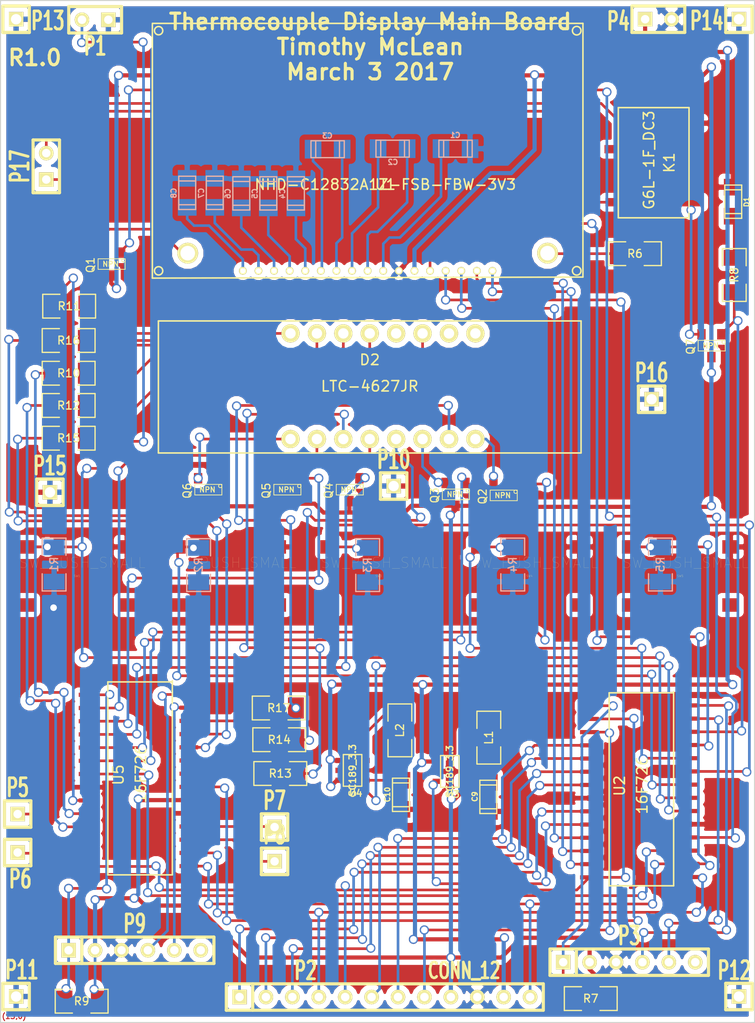
<source format=kicad_pcb>
(kicad_pcb (version 3) (host pcbnew "(2013-07-07 BZR 4022)-stable")
  (layers (15 F.Cu signal) (0 B.Cu signal) (18 B.Paste user) (19 F.Paste user) (20 B.SilkS user) (21 F.SilkS user) (22 B.Mask user) (23 F.Mask user) (28 Edge.Cuts user))
  (net 0 "")
  (net 1 +3.3V)
  (net 2 ARA2)
  (net 3 ARA4)
  (net 4 ARA5)
  (net 5 BRA2)
  (net 6 BRA4)
  (net 7 BRA5)
  (net 8 DINTERRUPT)
  (net 9 DISCPDAT)
  (net 10 DISCPSLK)
  (net 11 DMCLR)
  (net 12 DRA0)
  (net 13 DRA1)
  (net 14 DRA2)
  (net 15 DRA3)
  (net 16 DRA4)
  (net 17 DRA6)
  (net 18 DRA7)
  (net 19 DRB1)
  (net 20 DRB2)
  (net 21 DRB3)
  (net 22 DRB4)
  (net 23 DRB5)
  (net 24 DRC0)
  (net 25 DSS)
  (net 26 GND)
  (net 27 ICSPDAT)
  (net 28 ICSPSCLK)
  (net 29 MAINPICPOWER)
  (net 30 MAIN_INTERRUPT)
  (net 31 MCLR/VPP)
  (net 32 MISO)
  (net 33 MOSI)
  (net 34 N-0000010)
  (net 35 N-0000011)
  (net 36 N-0000012)
  (net 37 N-0000013)
  (net 38 N-0000014)
  (net 39 N-0000016)
  (net 40 N-0000017)
  (net 41 N-0000018)
  (net 42 N-0000019)
  (net 43 N-0000020)
  (net 44 N-0000021)
  (net 45 N-0000024)
  (net 46 N-0000025)
  (net 47 N-0000026)
  (net 48 N-0000027)
  (net 49 N-0000028)
  (net 50 N-0000038)
  (net 51 N-0000049)
  (net 52 N-0000050)
  (net 53 N-0000052)
  (net 54 N-0000053)
  (net 55 N-0000054)
  (net 56 N-0000065)
  (net 57 N-0000066)
  (net 58 N-0000068)
  (net 59 N-0000070)
  (net 60 N-0000071)
  (net 61 N-0000072)
  (net 62 N-0000073)
  (net 63 N-0000074)
  (net 64 N-0000075)
  (net 65 N-0000076)
  (net 66 N-0000077)
  (net 67 N-000008)
  (net 68 N-0000082)
  (net 69 N-000009)
  (net 70 RA6)
  (net 71 RB1)
  (net 72 RB2)
  (net 73 RB3)
  (net 74 RB4)
  (net 75 RC0)
  (net 76 RC1)
  (net 77 RC2)
  (net 78 RC7)
  (net 79 SCK)
  (net 80 SOLAR_POWER)
  (module C6L_1F_DC3 (layer F.Cu) (at 227.55 116.45 270)
    (fp_text reference K1 (at -0.2 -1.4 270) (layer F.SilkS))
    (fp_text value G6L-1F_DC3 (at -0.45 0.55 270) (layer F.SilkS))
    (pad 2 smd rect (at -1.5 3.5 270) (size 0.8 2.66) (layers F.Cu F.Paste F.Mask) (net 47 N-0000026))
    (pad 4 smd rect (at 3.6 3.4 270) (size 0.8 2.66) (layers F.Cu F.Paste F.Mask) (net 48 N-0000027))
    (pad 5 smd rect (at 3.6 -3.3 270) (size 0.8 2.66) (layers F.Cu F.Paste F.Mask) (net 49 N-0000028))
    (pad 8 smd rect (at -4 -3.3 270) (size 0.8 2.66) (layers F.Cu F.Paste F.Mask) (net 26 GND))
  )
  (module SOT23 (layer F.Cu) (at 184.6 147.7 180)
    (fp_text reference Q6 (at 1.99898 -0.09906 270) (layer F.SilkS) (effects (font (size 0.762 0.762) (thickness 0.11938))))
    (fp_text value NPN (at 0.0635 0 180) (layer F.SilkS) (effects (font (size 0.50038 0.50038) (thickness 0.09906))))
    (pad 3 smd rect (at 0 -1.09982 180) (size 0.8001 1.00076) (layers F.Cu F.Paste F.Mask) (net 1 +3.3V))
    (pad 2 smd rect (at 0.9525 1.09982 180) (size 0.8001 1.00076) (layers F.Cu F.Paste F.Mask) (net 68 N-0000082))
    (pad 1 smd rect (at -0.9525 1.09982 180) (size 0.8001 1.00076) (layers F.Cu F.Paste F.Mask) (net 12 DRA0))
  )
  (module SOT23 (layer F.Cu) (at 192.2 147.7 180)
    (fp_text reference Q5 (at 1.99898 -0.09906 270) (layer F.SilkS) (effects (font (size 0.762 0.762) (thickness 0.11938))))
    (fp_text value NPN (at 0.0635 0 180) (layer F.SilkS) (effects (font (size 0.50038 0.50038) (thickness 0.09906))))
    (pad 3 smd rect (at 0 -1.09982 180) (size 0.8001 1.00076) (layers F.Cu F.Paste F.Mask) (net 1 +3.3V))
    (pad 2 smd rect (at 0.9525 1.09982 180) (size 0.8001 1.00076) (layers F.Cu F.Paste F.Mask) (net 66 N-0000077))
    (pad 1 smd rect (at -0.9525 1.09982 180) (size 0.8001 1.00076) (layers F.Cu F.Paste F.Mask) (net 13 DRA1))
  )
  (module SOT23 (layer F.Cu) (at 198.2 147.7 180)
    (fp_text reference Q4 (at 1.99898 -0.09906 270) (layer F.SilkS) (effects (font (size 0.762 0.762) (thickness 0.11938))))
    (fp_text value NPN (at 0.0635 0 180) (layer F.SilkS) (effects (font (size 0.50038 0.50038) (thickness 0.09906))))
    (pad 3 smd rect (at 0 -1.09982 180) (size 0.8001 1.00076) (layers F.Cu F.Paste F.Mask) (net 1 +3.3V))
    (pad 2 smd rect (at 0.9525 1.09982 180) (size 0.8001 1.00076) (layers F.Cu F.Paste F.Mask) (net 63 N-0000074))
    (pad 1 smd rect (at -0.9525 1.09982 180) (size 0.8001 1.00076) (layers F.Cu F.Paste F.Mask) (net 14 DRA2))
  )
  (module SOT23 (layer F.Cu) (at 208.4 148.15 180)
    (fp_text reference Q3 (at 1.99898 -0.09906 270) (layer F.SilkS) (effects (font (size 0.762 0.762) (thickness 0.11938))))
    (fp_text value NPN (at 0.0635 0 180) (layer F.SilkS) (effects (font (size 0.50038 0.50038) (thickness 0.09906))))
    (pad 3 smd rect (at 0 -1.09982 180) (size 0.8001 1.00076) (layers F.Cu F.Paste F.Mask) (net 1 +3.3V))
    (pad 2 smd rect (at 0.9525 1.09982 180) (size 0.8001 1.00076) (layers F.Cu F.Paste F.Mask) (net 64 N-0000075))
    (pad 1 smd rect (at -0.9525 1.09982 180) (size 0.8001 1.00076) (layers F.Cu F.Paste F.Mask) (net 15 DRA3))
  )
  (module SOT23 (layer F.Cu) (at 213 148.25 180)
    (fp_text reference Q2 (at 1.99898 -0.09906 270) (layer F.SilkS) (effects (font (size 0.762 0.762) (thickness 0.11938))))
    (fp_text value NPN (at 0.0635 0 180) (layer F.SilkS) (effects (font (size 0.50038 0.50038) (thickness 0.09906))))
    (pad 3 smd rect (at 0 -1.09982 180) (size 0.8001 1.00076) (layers F.Cu F.Paste F.Mask) (net 1 +3.3V))
    (pad 2 smd rect (at 0.9525 1.09982 180) (size 0.8001 1.00076) (layers F.Cu F.Paste F.Mask) (net 65 N-0000076))
    (pad 1 smd rect (at -0.9525 1.09982 180) (size 0.8001 1.00076) (layers F.Cu F.Paste F.Mask) (net 16 DRA4))
  )
  (module SOT23 (layer F.Cu) (at 175.3 126 180)
    (fp_text reference Q1 (at 1.99898 -0.09906 270) (layer F.SilkS) (effects (font (size 0.762 0.762) (thickness 0.11938))))
    (fp_text value NPN (at 0.0635 0 180) (layer F.SilkS) (effects (font (size 0.50038 0.50038) (thickness 0.09906))))
    (pad 3 smd rect (at 0 -1.09982 180) (size 0.8001 1.00076) (layers F.Cu F.Paste F.Mask) (net 1 +3.3V))
    (pad 2 smd rect (at 0.9525 1.09982 180) (size 0.8001 1.00076) (layers F.Cu F.Paste F.Mask) (net 40 N-0000017))
    (pad 1 smd rect (at -0.9525 1.09982 180) (size 0.8001 1.00076) (layers F.Cu F.Paste F.Mask) (net 78 RC7))
  )
  (module SM1206 (layer F.Cu) (at 171.25 130.05 180)
    (fp_text reference R11 (at 0 0 180) (layer F.SilkS) (effects (font (size 0.762 0.762) (thickness 0.127))))
    (fp_text value R hide)
    (pad 1 smd rect (at -1.651 0 180) (size 1.524 2.032) (layers F.Cu F.Paste F.Mask) (net 58 N-0000068))
    (pad 2 smd rect (at 1.651 0 180) (size 1.524 2.032) (layers F.Cu F.Paste F.Mask) (net 18 DRA7))
  )
  (module SM1206 (layer F.Cu) (at 235.2 127.05 90)
    (fp_text reference R8 (at 0 0 90) (layer F.SilkS) (effects (font (size 0.762 0.762) (thickness 0.127))))
    (fp_text value R hide)
    (pad 1 smd rect (at -1.651 0 90) (size 1.524 2.032) (layers F.Cu F.Paste F.Mask) (net 46 N-0000025))
    (pad 2 smd rect (at 1.651 0 90) (size 1.524 2.032) (layers F.Cu F.Paste F.Mask) (net 45 N-0000024))
  )
  (module SM1206 (layer B.Cu) (at 228.1 154.9 270)
    (fp_text reference R5 (at 0 0 270) (layer B.SilkS) (effects (font (size 0.762 0.762) (thickness 0.127)) (justify mirror)))
    (fp_text value R hide)
    (pad 1 smd rect (at -1.651 0 270) (size 1.524 2.032) (layers B.Cu B.Paste B.Mask) (net 74 RB4))
    (pad 2 smd rect (at 1.651 0 270) (size 1.524 2.032) (layers B.Cu B.Paste B.Mask) (net 26 GND))
  )
  (module SM1206 (layer B.Cu) (at 213.9 154.9 270)
    (fp_text reference R4 (at 0 0 270) (layer B.SilkS) (effects (font (size 0.762 0.762) (thickness 0.127)) (justify mirror)))
    (fp_text value R hide)
    (pad 1 smd rect (at -1.651 0 270) (size 1.524 2.032) (layers B.Cu B.Paste B.Mask) (net 73 RB3))
    (pad 2 smd rect (at 1.651 0 270) (size 1.524 2.032) (layers B.Cu B.Paste B.Mask) (net 26 GND))
  )
  (module SM1206 (layer B.Cu) (at 199.95 154.95 270)
    (fp_text reference R3 (at 0 0 270) (layer B.SilkS) (effects (font (size 0.762 0.762) (thickness 0.127)) (justify mirror)))
    (fp_text value R hide)
    (pad 1 smd rect (at -1.651 0 270) (size 1.524 2.032) (layers B.Cu B.Paste B.Mask) (net 72 RB2))
    (pad 2 smd rect (at 1.651 0 270) (size 1.524 2.032) (layers B.Cu B.Paste B.Mask) (net 26 GND))
  )
  (module SM1206 (layer B.Cu) (at 183.7 154.95 270)
    (fp_text reference R2 (at 0 0 270) (layer B.SilkS) (effects (font (size 0.762 0.762) (thickness 0.127)) (justify mirror)))
    (fp_text value R hide)
    (pad 1 smd rect (at -1.651 0 270) (size 1.524 2.032) (layers B.Cu B.Paste B.Mask) (net 71 RB1))
    (pad 2 smd rect (at 1.651 0 270) (size 1.524 2.032) (layers B.Cu B.Paste B.Mask) (net 26 GND))
  )
  (module SM1206 (layer F.Cu) (at 172.45 196.9 180)
    (fp_text reference R9 (at 0 0 180) (layer F.SilkS) (effects (font (size 0.762 0.762) (thickness 0.127))))
    (fp_text value R hide)
    (pad 1 smd rect (at -1.651 0 180) (size 1.524 2.032) (layers F.Cu F.Paste F.Mask) (net 1 +3.3V))
    (pad 2 smd rect (at 1.651 0 180) (size 1.524 2.032) (layers F.Cu F.Paste F.Mask) (net 11 DMCLR))
  )
  (module SM1206 (layer B.Cu) (at 169.8 154.9 270)
    (fp_text reference R1 (at 0 0 270) (layer B.SilkS) (effects (font (size 0.762 0.762) (thickness 0.127)) (justify mirror)))
    (fp_text value R hide)
    (pad 1 smd rect (at -1.651 0 270) (size 1.524 2.032) (layers B.Cu B.Paste B.Mask) (net 30 MAIN_INTERRUPT))
    (pad 2 smd rect (at 1.651 0 270) (size 1.524 2.032) (layers B.Cu B.Paste B.Mask) (net 26 GND))
  )
  (module SM1206 (layer F.Cu) (at 171.2 136.5 180)
    (fp_text reference R10 (at 0 0 180) (layer F.SilkS) (effects (font (size 0.762 0.762) (thickness 0.127))))
    (fp_text value R hide)
    (pad 1 smd rect (at -1.651 0 180) (size 1.524 2.032) (layers F.Cu F.Paste F.Mask) (net 57 N-0000066))
    (pad 2 smd rect (at 1.651 0 180) (size 1.524 2.032) (layers F.Cu F.Paste F.Mask) (net 17 DRA6))
  )
  (module SM1206 (layer F.Cu) (at 225.65 125)
    (fp_text reference R6 (at 0 0) (layer F.SilkS) (effects (font (size 0.762 0.762) (thickness 0.127))))
    (fp_text value R hide)
    (pad 1 smd rect (at -1.651 0) (size 1.524 2.032) (layers F.Cu F.Paste F.Mask) (net 39 N-0000016))
    (pad 2 smd rect (at 1.651 0) (size 1.524 2.032) (layers F.Cu F.Paste F.Mask) (net 26 GND))
  )
  (module SM1206 (layer F.Cu) (at 191.55 175 180)
    (fp_text reference R13 (at 0 0 180) (layer F.SilkS) (effects (font (size 0.762 0.762) (thickness 0.127))))
    (fp_text value R hide)
    (pad 1 smd rect (at -1.651 0 180) (size 1.524 2.032) (layers F.Cu F.Paste F.Mask) (net 55 N-0000054))
    (pad 2 smd rect (at 1.651 0 180) (size 1.524 2.032) (layers F.Cu F.Paste F.Mask) (net 19 DRB1))
  )
  (module SM1206 (layer F.Cu) (at 191.45 171.75 180)
    (fp_text reference R14 (at 0 0 180) (layer F.SilkS) (effects (font (size 0.762 0.762) (thickness 0.127))))
    (fp_text value R hide)
    (pad 1 smd rect (at -1.651 0 180) (size 1.524 2.032) (layers F.Cu F.Paste F.Mask) (net 54 N-0000053))
    (pad 2 smd rect (at 1.651 0 180) (size 1.524 2.032) (layers F.Cu F.Paste F.Mask) (net 20 DRB2))
  )
  (module SM1206 (layer F.Cu) (at 221.4 196.65 180)
    (fp_text reference R7 (at 0 0 180) (layer F.SilkS) (effects (font (size 0.762 0.762) (thickness 0.127))))
    (fp_text value R hide)
    (pad 1 smd rect (at -1.651 0 180) (size 1.524 2.032) (layers F.Cu F.Paste F.Mask) (net 1 +3.3V))
    (pad 2 smd rect (at 1.651 0 180) (size 1.524 2.032) (layers F.Cu F.Paste F.Mask) (net 31 MCLR/VPP))
  )
  (module SM1206 (layer F.Cu) (at 171.2 142.75 180)
    (fp_text reference R15 (at 0 0 180) (layer F.SilkS) (effects (font (size 0.762 0.762) (thickness 0.127))))
    (fp_text value R hide)
    (pad 1 smd rect (at -1.651 0 180) (size 1.524 2.032) (layers F.Cu F.Paste F.Mask) (net 53 N-0000052))
    (pad 2 smd rect (at 1.651 0 180) (size 1.524 2.032) (layers F.Cu F.Paste F.Mask) (net 21 DRB3))
  )
  (module SM1206 (layer F.Cu) (at 171.2 133.35 180)
    (fp_text reference R16 (at 0 0 180) (layer F.SilkS) (effects (font (size 0.762 0.762) (thickness 0.127))))
    (fp_text value R hide)
    (pad 1 smd rect (at -1.651 0 180) (size 1.524 2.032) (layers F.Cu F.Paste F.Mask) (net 51 N-0000049))
    (pad 2 smd rect (at 1.651 0 180) (size 1.524 2.032) (layers F.Cu F.Paste F.Mask) (net 22 DRB4))
  )
  (module SM1206 (layer F.Cu) (at 191.4 168.7 180)
    (fp_text reference R17 (at 0 0 180) (layer F.SilkS) (effects (font (size 0.762 0.762) (thickness 0.127))))
    (fp_text value R hide)
    (pad 1 smd rect (at -1.651 0 180) (size 1.524 2.032) (layers F.Cu F.Paste F.Mask) (net 52 N-0000050))
    (pad 2 smd rect (at 1.651 0 180) (size 1.524 2.032) (layers F.Cu F.Paste F.Mask) (net 23 DRB5))
  )
  (module SM1206 (layer F.Cu) (at 211.6 171.55 270)
    (fp_text reference L1 (at 0 0 270) (layer F.SilkS) (effects (font (size 0.762 0.762) (thickness 0.127))))
    (fp_text value INDUCTOR hide)
    (pad 1 smd rect (at -1.651 0 270) (size 1.524 2.032) (layers F.Cu F.Paste F.Mask) (net 50 N-0000038))
    (pad 2 smd rect (at 1.651 0 270) (size 1.524 2.032) (layers F.Cu F.Paste F.Mask) (net 1 +3.3V))
  )
  (module SM1206 (layer F.Cu) (at 171.2 139.6 180)
    (fp_text reference R12 (at 0 0 180) (layer F.SilkS) (effects (font (size 0.762 0.762) (thickness 0.127))))
    (fp_text value R hide)
    (pad 1 smd rect (at -1.651 0 180) (size 1.524 2.032) (layers F.Cu F.Paste F.Mask) (net 56 N-0000065))
    (pad 2 smd rect (at 1.651 0 180) (size 1.524 2.032) (layers F.Cu F.Paste F.Mask) (net 24 DRC0))
  )
  (module SM1206 (layer F.Cu) (at 203.05 170.85 270)
    (fp_text reference L2 (at 0 0 270) (layer F.SilkS) (effects (font (size 0.762 0.762) (thickness 0.127))))
    (fp_text value INDUCTOR hide)
    (pad 1 smd rect (at -1.651 0 270) (size 1.524 2.032) (layers F.Cu F.Paste F.Mask) (net 44 N-0000021))
    (pad 2 smd rect (at 1.651 0 270) (size 1.524 2.032) (layers F.Cu F.Paste F.Mask) (net 29 MAINPICPOWER))
  )
  (module SIL-6 (layer F.Cu) (at 177.55 192)
    (fp_text reference P9 (at 0 -2.54) (layer F.SilkS) (effects (font (size 1.72974 1.08712) (thickness 0.3048))))
    (fp_text value CONN_6 hide)
    (pad 1 thru_hole rect (at -6.35 0) (size 1.397 1.397) (drill 0.8128) (layers *.Cu *.Mask F.SilkS) (net 11 DMCLR))
    (pad 2 thru_hole circle (at -3.81 0) (size 1.397 1.397) (drill 0.8128) (layers *.Cu *.Mask F.SilkS) (net 1 +3.3V))
    (pad 3 thru_hole circle (at -1.27 0) (size 1.397 1.397) (drill 0.8128) (layers *.Cu *.Mask F.SilkS) (net 26 GND))
    (pad 4 thru_hole circle (at 1.27 0) (size 1.397 1.397) (drill 0.8128) (layers *.Cu *.Mask F.SilkS) (net 9 DISCPDAT))
    (pad 5 thru_hole circle (at 3.81 0) (size 1.397 1.397) (drill 0.8128) (layers *.Cu *.Mask F.SilkS) (net 10 DISCPSLK))
    (pad 6 thru_hole circle (at 6.35 0) (size 1.397 1.397) (drill 0.8128) (layers *.Cu *.Mask F.SilkS))
  )
  (module SIL-6 (layer F.Cu) (at 225.1 193.15)
    (fp_text reference P3 (at 0 -2.54) (layer F.SilkS) (effects (font (size 1.72974 1.08712) (thickness 0.3048))))
    (fp_text value CONN_6 hide)
    (pad 1 thru_hole rect (at -6.35 0) (size 1.397 1.397) (drill 0.8128) (layers *.Cu *.Mask F.SilkS) (net 31 MCLR/VPP))
    (pad 2 thru_hole circle (at -3.81 0) (size 1.397 1.397) (drill 0.8128) (layers *.Cu *.Mask F.SilkS) (net 1 +3.3V))
    (pad 3 thru_hole circle (at -1.27 0) (size 1.397 1.397) (drill 0.8128) (layers *.Cu *.Mask F.SilkS) (net 26 GND))
    (pad 4 thru_hole circle (at 1.27 0) (size 1.397 1.397) (drill 0.8128) (layers *.Cu *.Mask F.SilkS) (net 27 ICSPDAT))
    (pad 5 thru_hole circle (at 3.81 0) (size 1.397 1.397) (drill 0.8128) (layers *.Cu *.Mask F.SilkS) (net 28 ICSPSCLK))
    (pad 6 thru_hole circle (at 6.35 0) (size 1.397 1.397) (drill 0.8128) (layers *.Cu *.Mask F.SilkS))
  )
  (module SIL-2 (layer F.Cu) (at 227.9 102.45)
    (fp_text reference P4 (at -3.85 0.2) (layer F.SilkS) (effects (font (size 1.72974 1.08712) (thickness 0.3048))))
    (fp_text value CONN_2 hide)
    (pad 1 thru_hole rect (at -1.27 0) (size 1.397 1.397) (drill 0.8128) (layers *.Cu *.Mask F.SilkS) (net 80 SOLAR_POWER))
    (pad 2 thru_hole circle (at 1.27 0) (size 1.397 1.397) (drill 0.8128) (layers *.Cu *.Mask F.SilkS) (net 26 GND))
  )
  (module SIL-2 (layer F.Cu) (at 173.75 102.5 180)
    (fp_text reference P1 (at 0 -2.54 180) (layer F.SilkS) (effects (font (size 1.72974 1.08712) (thickness 0.3048))))
    (fp_text value CONN_2 hide)
    (pad 1 thru_hole rect (at -1.27 0 180) (size 1.397 1.397) (drill 0.8128) (layers *.Cu *.Mask F.SilkS) (net 26 GND))
    (pad 2 thru_hole circle (at 1.27 0 180) (size 1.397 1.397) (drill 0.8128) (layers *.Cu *.Mask F.SilkS) (net 30 MAIN_INTERRUPT))
  )
  (module SIL-12 (layer F.Cu) (at 201.6 196.5)
    (fp_text reference P2 (at -7.62 -2.54) (layer F.SilkS) (effects (font (size 1.72974 1.08712) (thickness 0.3048))))
    (fp_text value CONN_12 (at 7.62 -2.54) (layer F.SilkS) (effects (font (size 1.524 1.016) (thickness 0.3048))))
    (pad 1 thru_hole rect (at -13.97 0) (size 1.397 1.397) (drill 0.8128) (layers *.Cu *.Mask F.SilkS) (net 7 BRA5))
    (pad 2 thru_hole circle (at -11.43 0) (size 1.397 1.397) (drill 0.8128) (layers *.Cu *.Mask F.SilkS) (net 6 BRA4))
    (pad 3 thru_hole circle (at -8.89 0) (size 1.397 1.397) (drill 0.8128) (layers *.Cu *.Mask F.SilkS) (net 5 BRA2))
    (pad 4 thru_hole circle (at -6.35 0) (size 1.397 1.397) (drill 0.8128) (layers *.Cu *.Mask F.SilkS) (net 32 MISO))
    (pad 5 thru_hole circle (at -3.81 0) (size 1.397 1.397) (drill 0.8128) (layers *.Cu *.Mask F.SilkS) (net 79 SCK))
    (pad 6 thru_hole circle (at -1.27 0) (size 1.397 1.397) (drill 0.8128) (layers *.Cu *.Mask F.SilkS) (net 4 ARA5))
    (pad 7 thru_hole circle (at 1.27 0) (size 1.397 1.397) (drill 0.8128) (layers *.Cu *.Mask F.SilkS) (net 3 ARA4))
    (pad 8 thru_hole circle (at 3.81 0) (size 1.397 1.397) (drill 0.8128) (layers *.Cu *.Mask F.SilkS) (net 2 ARA2))
    (pad 9 thru_hole circle (at 6.35 0) (size 1.397 1.397) (drill 0.8128) (layers *.Cu *.Mask F.SilkS) (net 1 +3.3V))
    (pad 10 thru_hole circle (at 8.89 0) (size 1.397 1.397) (drill 0.8128) (layers *.Cu *.Mask F.SilkS) (net 26 GND))
    (pad 11 thru_hole circle (at 11.43 0) (size 1.397 1.397) (drill 0.8128) (layers *.Cu *.Mask F.SilkS) (net 80 SOLAR_POWER))
    (pad 12 thru_hole circle (at 13.97 0) (size 1.397 1.397) (drill 0.8128) (layers *.Cu *.Mask F.SilkS) (net 33 MOSI))
  )
  (module SIL-1 (layer F.Cu) (at 191 180.15)
    (fp_text reference P7 (at 0 -2.54) (layer F.SilkS) (effects (font (size 1.72974 1.08712) (thickness 0.27178))))
    (fp_text value CONN_1 hide)
    (pad 1 thru_hole rect (at 0 0) (size 1.397 1.397) (drill 0.8128) (layers *.Cu *.Mask F.SilkS) (net 62 N-0000073))
  )
  (module SIL-1 (layer F.Cu) (at 166.3 182.6)
    (fp_text reference P6 (at 0.25 2.55) (layer F.SilkS) (effects (font (size 1.72974 1.08712) (thickness 0.27178))))
    (fp_text value CONN_1 hide)
    (pad 1 thru_hole rect (at 0 0) (size 1.397 1.397) (drill 0.8128) (layers *.Cu *.Mask F.SilkS) (net 61 N-0000072))
  )
  (module SIL-1 (layer F.Cu) (at 191 183.45)
    (fp_text reference P8 (at 0 -2.54) (layer F.SilkS) (effects (font (size 1.72974 1.08712) (thickness 0.27178))))
    (fp_text value CONN_1 hide)
    (pad 1 thru_hole rect (at 0 0) (size 1.397 1.397) (drill 0.8128) (layers *.Cu *.Mask F.SilkS) (net 59 N-0000070))
  )
  (module SIL-1 (layer F.Cu) (at 166.3 178.9)
    (fp_text reference P5 (at 0 -2.54) (layer F.SilkS) (effects (font (size 1.72974 1.08712) (thickness 0.27178))))
    (fp_text value CONN_1 hide)
    (pad 1 thru_hole rect (at 0 0) (size 1.397 1.397) (drill 0.8128) (layers *.Cu *.Mask F.SilkS) (net 60 N-0000071))
  )
  (module PTS645_tactile_surface_mount_switch (layer F.Cu) (at 215.5 156)
    (fp_text reference SW4 (at 0 0) (layer F.SilkS) (effects (font (size 0.2 0.2) (thickness 0.01))))
    (fp_text value SW_PUSH_SMALL (at 0.508 -1.27) (layer F.SilkS) (effects (font (thickness 0.01))))
    (pad 1 smd rect (at -4.826 -2.794) (size 1.55 1.3) (layers F.Cu F.Paste F.Mask) (net 73 RB3))
    (pad 3 smd rect (at -4.826 2.794) (size 1.55 1.3) (layers F.Cu F.Paste F.Mask))
    (pad 4 smd rect (at 4.826 2.794) (size 1.55 1.3) (layers F.Cu F.Paste F.Mask))
    (pad 2 smd rect (at 4.826 -2.794) (size 1.55 1.3) (layers F.Cu F.Paste F.Mask) (net 26 GND))
  )
  (module PTS645_tactile_surface_mount_switch (layer F.Cu) (at 230 156)
    (fp_text reference SW5 (at 0 0) (layer F.SilkS) (effects (font (size 0.2 0.2) (thickness 0.01))))
    (fp_text value SW_PUSH_SMALL (at 0.508 -1.27) (layer F.SilkS) (effects (font (thickness 0.01))))
    (pad 1 smd rect (at -4.826 -2.794) (size 1.55 1.3) (layers F.Cu F.Paste F.Mask) (net 74 RB4))
    (pad 3 smd rect (at -4.826 2.794) (size 1.55 1.3) (layers F.Cu F.Paste F.Mask))
    (pad 4 smd rect (at 4.826 2.794) (size 1.55 1.3) (layers F.Cu F.Paste F.Mask))
    (pad 2 smd rect (at 4.826 -2.794) (size 1.55 1.3) (layers F.Cu F.Paste F.Mask) (net 26 GND))
  )
  (module PTS645_tactile_surface_mount_switch (layer F.Cu) (at 201 156)
    (fp_text reference SW3 (at 0 0) (layer F.SilkS) (effects (font (size 0.2 0.2) (thickness 0.01))))
    (fp_text value SW_PUSH_SMALL (at 0.508 -1.27) (layer F.SilkS) (effects (font (thickness 0.01))))
    (pad 1 smd rect (at -4.826 -2.794) (size 1.55 1.3) (layers F.Cu F.Paste F.Mask) (net 72 RB2))
    (pad 3 smd rect (at -4.826 2.794) (size 1.55 1.3) (layers F.Cu F.Paste F.Mask))
    (pad 4 smd rect (at 4.826 2.794) (size 1.55 1.3) (layers F.Cu F.Paste F.Mask))
    (pad 2 smd rect (at 4.826 -2.794) (size 1.55 1.3) (layers F.Cu F.Paste F.Mask) (net 26 GND))
  )
  (module PTS645_tactile_surface_mount_switch (layer F.Cu) (at 186.5 156)
    (fp_text reference SW2 (at 0 0) (layer F.SilkS) (effects (font (size 0.2 0.2) (thickness 0.01))))
    (fp_text value SW_PUSH_SMALL (at 0.508 -1.27) (layer F.SilkS) (effects (font (thickness 0.01))))
    (pad 1 smd rect (at -4.826 -2.794) (size 1.55 1.3) (layers F.Cu F.Paste F.Mask) (net 71 RB1))
    (pad 3 smd rect (at -4.826 2.794) (size 1.55 1.3) (layers F.Cu F.Paste F.Mask))
    (pad 4 smd rect (at 4.826 2.794) (size 1.55 1.3) (layers F.Cu F.Paste F.Mask))
    (pad 2 smd rect (at 4.826 -2.794) (size 1.55 1.3) (layers F.Cu F.Paste F.Mask) (net 26 GND))
  )
  (module PTS645_tactile_surface_mount_switch (layer F.Cu) (at 172 156)
    (fp_text reference SW1 (at 0 0) (layer F.SilkS) (effects (font (size 0.2 0.2) (thickness 0.01))))
    (fp_text value SW_PUSH_SMALL (at 0.508 -1.27) (layer F.SilkS) (effects (font (thickness 0.01))))
    (pad 1 smd rect (at -4.826 -2.794) (size 1.55 1.3) (layers F.Cu F.Paste F.Mask) (net 30 MAIN_INTERRUPT))
    (pad 3 smd rect (at -4.826 2.794) (size 1.55 1.3) (layers F.Cu F.Paste F.Mask))
    (pad 4 smd rect (at 4.826 2.794) (size 1.55 1.3) (layers F.Cu F.Paste F.Mask))
    (pad 2 smd rect (at 4.826 -2.794) (size 1.55 1.3) (layers F.Cu F.Paste F.Mask) (net 26 GND))
  )
  (module pic16f726 (layer F.Cu) (at 226.35 176.1 270)
    (fp_text reference U2 (at 0.08 2.17 270) (layer F.SilkS))
    (fp_text value 16F726 (at 0 0 270) (layer F.SilkS))
    (pad 1 smd rect (at -7.62 5.08 270) (size 0.4 1.8) (layers F.Cu F.Paste F.Mask) (net 31 MCLR/VPP))
    (pad 2 smd rect (at -6.35 5.08 270) (size 0.4 1.8) (layers F.Cu F.Paste F.Mask) (net 8 DINTERRUPT))
    (pad 3 smd rect (at -5.08 5.08 270) (size 0.4 1.8) (layers F.Cu F.Paste F.Mask) (net 2 ARA2))
    (pad 4 smd rect (at -3.81 5.08 270) (size 0.4 1.8) (layers F.Cu F.Paste F.Mask) (net 3 ARA4))
    (pad 5 smd rect (at -2.54 5.08 270) (size 0.4 1.8) (layers F.Cu F.Paste F.Mask) (net 4 ARA5))
    (pad 6 smd rect (at -1.27 5.08 270) (size 0.4 1.8) (layers F.Cu F.Paste F.Mask) (net 5 BRA2))
    (pad 7 smd rect (at 0 5.08 270) (size 0.4 1.8) (layers F.Cu F.Paste F.Mask) (net 6 BRA4))
    (pad 8 smd rect (at 1.27 5.08 270) (size 0.4 1.8) (layers F.Cu F.Paste F.Mask) (net 26 GND))
    (pad 9 smd rect (at 2.54 5.08 270) (size 0.4 1.8) (layers F.Cu F.Paste F.Mask) (net 7 BRA5))
    (pad 10 smd rect (at 3.81 5.08 270) (size 0.4 1.8) (layers F.Cu F.Paste F.Mask) (net 70 RA6))
    (pad 11 smd rect (at 5.08 5.08 270) (size 0.4 1.8) (layers F.Cu F.Paste F.Mask) (net 75 RC0))
    (pad 12 smd rect (at 6.35 5.08 270) (size 0.4 1.8) (layers F.Cu F.Paste F.Mask) (net 76 RC1))
    (pad 13 smd rect (at 7.62 5.08 270) (size 0.4 1.8) (layers F.Cu F.Paste F.Mask) (net 77 RC2))
    (pad 14 smd rect (at 8.89 5.08 270) (size 0.4 1.8) (layers F.Cu F.Paste F.Mask) (net 79 SCK))
    (pad 15 smd rect (at 8.86 -4.61 270) (size 0.4 1.8) (layers F.Cu F.Paste F.Mask) (net 32 MISO))
    (pad 16 smd rect (at 7.59 -4.61 270) (size 0.4 1.8) (layers F.Cu F.Paste F.Mask) (net 33 MOSI))
    (pad 17 smd rect (at 6.32 -4.61 270) (size 0.4 1.8) (layers F.Cu F.Paste F.Mask) (net 25 DSS))
    (pad 18 smd rect (at 5.05 -4.61 270) (size 0.4 1.8) (layers F.Cu F.Paste F.Mask) (net 78 RC7))
    (pad 19 smd rect (at 3.78 -4.61 270) (size 0.4 1.8) (layers F.Cu F.Paste F.Mask) (net 26 GND))
    (pad 20 smd rect (at 2.51 -4.61 270) (size 0.4 1.8) (layers F.Cu F.Paste F.Mask) (net 29 MAINPICPOWER))
    (pad 21 smd rect (at 1.24 -4.61 270) (size 0.4 1.8) (layers F.Cu F.Paste F.Mask) (net 30 MAIN_INTERRUPT))
    (pad 22 smd rect (at -0.03 -4.61 270) (size 0.4 1.8) (layers F.Cu F.Paste F.Mask) (net 71 RB1))
    (pad 23 smd rect (at -1.3 -4.61 270) (size 0.4 1.8) (layers F.Cu F.Paste F.Mask) (net 72 RB2))
    (pad 24 smd rect (at -2.57 -4.61 270) (size 0.4 1.8) (layers F.Cu F.Paste F.Mask) (net 73 RB3))
    (pad 25 smd rect (at -3.84 -4.61 270) (size 0.4 1.8) (layers F.Cu F.Paste F.Mask) (net 74 RB4))
    (pad 26 smd rect (at -5.11 -4.61 270) (size 0.4 1.8) (layers F.Cu F.Paste F.Mask) (net 46 N-0000025))
    (pad 27 smd rect (at -6.38 -4.61 270) (size 0.4 1.8) (layers F.Cu F.Paste F.Mask) (net 28 ICSPSCLK))
    (pad 28 smd rect (at -7.65 -4.61 270) (size 0.4 1.8) (layers F.Cu F.Paste F.Mask) (net 27 ICSPDAT))
  )
  (module pic16f726 (layer F.Cu) (at 178.15 175.05 270)
    (fp_text reference U5 (at 0.08 2.17 270) (layer F.SilkS))
    (fp_text value 16F726 (at 0 0 270) (layer F.SilkS))
    (pad 1 smd rect (at -7.62 5.08 270) (size 0.4 1.8) (layers F.Cu F.Paste F.Mask) (net 11 DMCLR))
    (pad 2 smd rect (at -6.35 5.08 270) (size 0.4 1.8) (layers F.Cu F.Paste F.Mask) (net 12 DRA0))
    (pad 3 smd rect (at -5.08 5.08 270) (size 0.4 1.8) (layers F.Cu F.Paste F.Mask) (net 13 DRA1))
    (pad 4 smd rect (at -3.81 5.08 270) (size 0.4 1.8) (layers F.Cu F.Paste F.Mask) (net 14 DRA2))
    (pad 5 smd rect (at -2.54 5.08 270) (size 0.4 1.8) (layers F.Cu F.Paste F.Mask) (net 15 DRA3))
    (pad 6 smd rect (at -1.27 5.08 270) (size 0.4 1.8) (layers F.Cu F.Paste F.Mask) (net 16 DRA4))
    (pad 7 smd rect (at 0 5.08 270) (size 0.4 1.8) (layers F.Cu F.Paste F.Mask) (net 25 DSS))
    (pad 8 smd rect (at 1.27 5.08 270) (size 0.4 1.8) (layers F.Cu F.Paste F.Mask) (net 26 GND))
    (pad 9 smd rect (at 2.54 5.08 270) (size 0.4 1.8) (layers F.Cu F.Paste F.Mask) (net 18 DRA7))
    (pad 10 smd rect (at 3.81 5.08 270) (size 0.4 1.8) (layers F.Cu F.Paste F.Mask) (net 17 DRA6))
    (pad 11 smd rect (at 5.08 5.08 270) (size 0.4 1.8) (layers F.Cu F.Paste F.Mask) (net 24 DRC0))
    (pad 12 smd rect (at 6.35 5.08 270) (size 0.4 1.8) (layers F.Cu F.Paste F.Mask) (net 60 N-0000071))
    (pad 13 smd rect (at 7.62 5.08 270) (size 0.4 1.8) (layers F.Cu F.Paste F.Mask) (net 61 N-0000072))
    (pad 14 smd rect (at 8.89 5.08 270) (size 0.4 1.8) (layers F.Cu F.Paste F.Mask) (net 79 SCK))
    (pad 15 smd rect (at 8.86 -4.61 270) (size 0.4 1.8) (layers F.Cu F.Paste F.Mask) (net 33 MOSI))
    (pad 16 smd rect (at 7.59 -4.61 270) (size 0.4 1.8) (layers F.Cu F.Paste F.Mask) (net 32 MISO))
    (pad 17 smd rect (at 6.32 -4.61 270) (size 0.4 1.8) (layers F.Cu F.Paste F.Mask) (net 59 N-0000070))
    (pad 18 smd rect (at 5.05 -4.61 270) (size 0.4 1.8) (layers F.Cu F.Paste F.Mask) (net 62 N-0000073))
    (pad 19 smd rect (at 3.78 -4.61 270) (size 0.4 1.8) (layers F.Cu F.Paste F.Mask) (net 26 GND))
    (pad 20 smd rect (at 2.51 -4.61 270) (size 0.4 1.8) (layers F.Cu F.Paste F.Mask) (net 1 +3.3V))
    (pad 21 smd rect (at 1.24 -4.61 270) (size 0.4 1.8) (layers F.Cu F.Paste F.Mask) (net 8 DINTERRUPT))
    (pad 22 smd rect (at -0.03 -4.61 270) (size 0.4 1.8) (layers F.Cu F.Paste F.Mask) (net 19 DRB1))
    (pad 23 smd rect (at -1.3 -4.61 270) (size 0.4 1.8) (layers F.Cu F.Paste F.Mask) (net 20 DRB2))
    (pad 24 smd rect (at -2.57 -4.61 270) (size 0.4 1.8) (layers F.Cu F.Paste F.Mask) (net 21 DRB3))
    (pad 25 smd rect (at -3.84 -4.61 270) (size 0.4 1.8) (layers F.Cu F.Paste F.Mask) (net 22 DRB4))
    (pad 26 smd rect (at -5.11 -4.61 270) (size 0.4 1.8) (layers F.Cu F.Paste F.Mask) (net 23 DRB5))
    (pad 27 smd rect (at -6.38 -4.61 270) (size 0.4 1.8) (layers F.Cu F.Paste F.Mask) (net 10 DISCPSLK))
    (pad 28 smd rect (at -7.65 -4.61 270) (size 0.4 1.8) (layers F.Cu F.Paste F.Mask) (net 9 DISCPDAT))
  )
  (module NHD-C12832A1Z-FSB-FBW-3V3 (layer F.Cu) (at 201.65 118.35)
    (fp_text reference U1 (at 0 0) (layer F.SilkS))
    (fp_text value NHD-C12832A1Z-FSB-FBW-3V3 (at 0 0) (layer F.SilkS))
    (pad 1 thru_hole circle (at -13.7 8.3) (size 0.75 0.75) (drill 0.5) (layers *.Cu *.Mask F.SilkS) (net 37 N-0000013))
    (pad 2 thru_hole circle (at -12.2 8.3) (size 0.75 0.75) (drill 0.5) (layers *.Cu *.Mask F.SilkS) (net 38 N-0000014))
    (pad 3 thru_hole circle (at -10.7 8.3) (size 0.75 0.75) (drill 0.5) (layers *.Cu *.Mask F.SilkS) (net 36 N-0000012))
    (pad 4 thru_hole circle (at -9.2 8.3) (size 0.75 0.75) (drill 0.5) (layers *.Cu *.Mask F.SilkS) (net 35 N-0000011))
    (pad 5 thru_hole circle (at -7.7 8.3) (size 0.75 0.75) (drill 0.5) (layers *.Cu *.Mask F.SilkS) (net 34 N-0000010))
    (pad 6 thru_hole circle (at -6.2 8.3) (size 0.75 0.75) (drill 0.5) (layers *.Cu *.Mask F.SilkS) (net 42 N-0000019))
    (pad 7 thru_hole circle (at -4.7 8.3) (size 0.75 0.75) (drill 0.5) (layers *.Cu *.Mask F.SilkS) (net 41 N-0000018))
    (pad 8 thru_hole circle (at -3.2 8.3) (size 0.75 0.75) (drill 0.5) (layers *.Cu *.Mask F.SilkS) (net 43 N-0000020))
    (pad 9 thru_hole circle (at -1.7 8.3) (size 0.75 0.75) (drill 0.5) (layers *.Cu *.Mask F.SilkS) (net 67 N-000008))
    (pad 10 thru_hole circle (at -0.2 8.3) (size 0.75 0.75) (drill 0.5) (layers *.Cu *.Mask F.SilkS) (net 69 N-000009))
    (pad 11 thru_hole circle (at 1.3 8.3) (size 0.75 0.75) (drill 0.5) (layers *.Cu *.Mask F.SilkS) (net 26 GND))
    (pad 12 thru_hole circle (at 2.8 8.3) (size 0.75 0.75) (drill 0.5) (layers *.Cu *.Mask F.SilkS) (net 1 +3.3V))
    (pad 13 thru_hole circle (at 4.3 8.3) (size 0.75 0.75) (drill 0.5) (layers *.Cu *.Mask F.SilkS) (net 33 MOSI))
    (pad 14 thru_hole circle (at 5.8 8.3) (size 0.75 0.75) (drill 0.5) (layers *.Cu *.Mask F.SilkS) (net 79 SCK))
    (pad 15 thru_hole circle (at 7.3 8.3) (size 0.75 0.75) (drill 0.5) (layers *.Cu *.Mask F.SilkS) (net 75 RC0))
    (pad 16 thru_hole circle (at 8.8 8.3) (size 0.75 0.75) (drill 0.5) (layers *.Cu *.Mask F.SilkS) (net 76 RC1))
    (pad 17 thru_hole circle (at 10.3 8.3) (size 0.75 0.75) (drill 0.5) (layers *.Cu *.Mask F.SilkS) (net 77 RC2))
    (pad 19 thru_hole circle (at 15.6 6.6) (size 2 2) (drill 1.4) (layers *.Cu *.Mask F.SilkS) (net 39 N-0000016))
    (pad 18 thru_hole circle (at -19 6.6) (size 2 2) (drill 1.4) (layers *.Cu *.Mask F.SilkS) (net 40 N-0000017))
  )
  (module LTC-4627JR (layer F.Cu) (at 200.15 137.75)
    (fp_text reference D2 (at 0 -2.54) (layer F.SilkS))
    (fp_text value LTC-4627JR (at 0 0) (layer F.SilkS))
    (pad 1 thru_hole circle (at -7.62 5.08) (size 1.75 1.75) (drill 1) (layers *.Cu *.Mask F.SilkS) (net 68 N-0000082))
    (pad 2 thru_hole circle (at -5.08 5.08) (size 1.75 1.75) (drill 1) (layers *.Cu *.Mask F.SilkS) (net 66 N-0000077))
    (pad 3 thru_hole circle (at -2.54 5.08) (size 1.75 1.75) (drill 1) (layers *.Cu *.Mask F.SilkS) (net 55 N-0000054))
    (pad 4 thru_hole circle (at 0 5.08) (size 1.75 1.75) (drill 1) (layers *.Cu *.Mask F.SilkS) (net 63 N-0000074))
    (pad 5 thru_hole circle (at 2.54 5.08) (size 1.75 1.75) (drill 1) (layers *.Cu *.Mask F.SilkS) (net 54 N-0000053))
    (pad 6 thru_hole circle (at 5.08 5.08) (size 1.75 1.75) (drill 1) (layers *.Cu *.Mask F.SilkS) (net 64 N-0000075))
    (pad 7 thru_hole circle (at 7.62 5.08) (size 1.75 1.75) (drill 1) (layers *.Cu *.Mask F.SilkS) (net 52 N-0000050))
    (pad 8 thru_hole circle (at 10.16 5.08) (size 1.75 1.75) (drill 1) (layers *.Cu *.Mask F.SilkS) (net 65 N-0000076))
    (pad 9 thru_hole circle (at 10.16 -5.08) (size 1.75 1.75) (drill 1) (layers *.Cu *.Mask F.SilkS))
    (pad 10 thru_hole circle (at 7.62 -5.08) (size 1.75 1.75) (drill 1) (layers *.Cu *.Mask F.SilkS))
    (pad 11 thru_hole circle (at 5.08 -5.08) (size 1.75 1.75) (drill 1) (layers *.Cu *.Mask F.SilkS) (net 53 N-0000052))
    (pad 12 thru_hole circle (at 2.54 -5.08) (size 1.75 1.75) (drill 1) (layers *.Cu *.Mask F.SilkS))
    (pad 13 thru_hole circle (at 0 -5.08) (size 1.75 1.75) (drill 1) (layers *.Cu *.Mask F.SilkS) (net 56 N-0000065))
    (pad 14 thru_hole circle (at -2.54 -5.08) (size 1.75 1.75) (drill 1) (layers *.Cu *.Mask F.SilkS) (net 57 N-0000066))
    (pad 15 thru_hole circle (at -5.08 -5.08) (size 1.75 1.75) (drill 1) (layers *.Cu *.Mask F.SilkS) (net 51 N-0000049))
    (pad 16 thru_hole circle (at -7.62 -5.08) (size 1.75 1.75) (drill 1) (layers *.Cu *.Mask F.SilkS) (net 58 N-0000068))
  )
  (module c_1206 (layer F.Cu) (at 211.55 177.25 90)
    (fp_text reference C9 (at 0.0254 -1.2954 90) (layer F.SilkS) (effects (font (size 0.50038 0.50038) (thickness 0.11938))))
    (fp_text value C hide)
    (pad 1 smd rect (at 1.397 0 90) (size 1.6002 1.8034) (layers F.Cu F.Paste F.Mask) (net 1 +3.3V))
    (pad 2 smd rect (at -1.397 0 90) (size 1.6002 1.8034) (layers F.Cu F.Paste F.Mask) (net 26 GND))
  )
  (module c_1206 (layer F.Cu) (at 203.15 177.05 90)
    (fp_text reference C10 (at 0.0254 -1.2954 90) (layer F.SilkS) (effects (font (size 0.50038 0.50038) (thickness 0.11938))))
    (fp_text value C hide)
    (pad 1 smd rect (at 1.397 0 90) (size 1.6002 1.8034) (layers F.Cu F.Paste F.Mask) (net 29 MAINPICPOWER))
    (pad 2 smd rect (at -1.397 0 90) (size 1.6002 1.8034) (layers F.Cu F.Paste F.Mask) (net 26 GND))
  )
  (module c_1206 (layer B.Cu) (at 208.4 114.9 180)
    (fp_text reference C1 (at 0.0254 1.2954 180) (layer B.SilkS) (effects (font (size 0.50038 0.50038) (thickness 0.11938)) (justify mirror)))
    (fp_text value C hide)
    (pad 1 smd rect (at 1.397 0 180) (size 1.6002 1.8034) (layers B.Cu B.Paste B.Mask) (net 69 N-000009))
    (pad 2 smd rect (at -1.397 0 180) (size 1.6002 1.8034) (layers B.Cu B.Paste B.Mask) (net 26 GND))
  )
  (module c_1206 (layer B.Cu) (at 202.35 114.9)
    (fp_text reference C2 (at 0.0254 1.2954) (layer B.SilkS) (effects (font (size 0.50038 0.50038) (thickness 0.11938)) (justify mirror)))
    (fp_text value C hide)
    (pad 1 smd rect (at 1.397 0) (size 1.6002 1.8034) (layers B.Cu B.Paste B.Mask) (net 67 N-000008))
    (pad 2 smd rect (at -1.397 0) (size 1.6002 1.8034) (layers B.Cu B.Paste B.Mask) (net 43 N-0000020))
  )
  (module c_1206 (layer B.Cu) (at 196.1 114.95 180)
    (fp_text reference C3 (at 0.0254 1.2954 180) (layer B.SilkS) (effects (font (size 0.50038 0.50038) (thickness 0.11938)) (justify mirror)))
    (fp_text value C hide)
    (pad 1 smd rect (at 1.397 0 180) (size 1.6002 1.8034) (layers B.Cu B.Paste B.Mask) (net 42 N-0000019))
    (pad 2 smd rect (at -1.397 0 180) (size 1.6002 1.8034) (layers B.Cu B.Paste B.Mask) (net 41 N-0000018))
  )
  (module c_1206 (layer B.Cu) (at 193.05 119.2 270)
    (fp_text reference C4 (at 0.0254 1.2954 270) (layer B.SilkS) (effects (font (size 0.50038 0.50038) (thickness 0.11938)) (justify mirror)))
    (fp_text value C hide)
    (pad 1 smd rect (at 1.397 0 270) (size 1.6002 1.8034) (layers B.Cu B.Paste B.Mask) (net 34 N-0000010))
    (pad 2 smd rect (at -1.397 0 270) (size 1.6002 1.8034) (layers B.Cu B.Paste B.Mask) (net 26 GND))
  )
  (module c_1206 (layer B.Cu) (at 190.4 119.2 270)
    (fp_text reference C5 (at 0.0254 1.2954 270) (layer B.SilkS) (effects (font (size 0.50038 0.50038) (thickness 0.11938)) (justify mirror)))
    (fp_text value C hide)
    (pad 1 smd rect (at 1.397 0 270) (size 1.6002 1.8034) (layers B.Cu B.Paste B.Mask) (net 35 N-0000011))
    (pad 2 smd rect (at -1.397 0 270) (size 1.6002 1.8034) (layers B.Cu B.Paste B.Mask) (net 26 GND))
  )
  (module c_1206 (layer B.Cu) (at 187.8 119.2 270)
    (fp_text reference C6 (at 0.0254 1.2954 270) (layer B.SilkS) (effects (font (size 0.50038 0.50038) (thickness 0.11938)) (justify mirror)))
    (fp_text value C hide)
    (pad 1 smd rect (at 1.397 0 270) (size 1.6002 1.8034) (layers B.Cu B.Paste B.Mask) (net 36 N-0000012))
    (pad 2 smd rect (at -1.397 0 270) (size 1.6002 1.8034) (layers B.Cu B.Paste B.Mask) (net 26 GND))
  )
  (module c_1206 (layer B.Cu) (at 185.25 119.15 270)
    (fp_text reference C7 (at 0.0254 1.2954 270) (layer B.SilkS) (effects (font (size 0.50038 0.50038) (thickness 0.11938)) (justify mirror)))
    (fp_text value C hide)
    (pad 1 smd rect (at 1.397 0 270) (size 1.6002 1.8034) (layers B.Cu B.Paste B.Mask) (net 38 N-0000014))
    (pad 2 smd rect (at -1.397 0 270) (size 1.6002 1.8034) (layers B.Cu B.Paste B.Mask) (net 26 GND))
  )
  (module c_1206 (layer B.Cu) (at 182.6 119.15 270)
    (fp_text reference C8 (at 0.0254 1.2954 270) (layer B.SilkS) (effects (font (size 0.50038 0.50038) (thickness 0.11938)) (justify mirror)))
    (fp_text value C hide)
    (pad 1 smd rect (at 1.397 0 270) (size 1.6002 1.8034) (layers B.Cu B.Paste B.Mask) (net 37 N-0000013))
    (pad 2 smd rect (at -1.397 0 270) (size 1.6002 1.8034) (layers B.Cu B.Paste B.Mask) (net 26 GND))
  )
  (module c_1206 (layer F.Cu) (at 235.1 120 270)
    (fp_text reference D1 (at 0.0254 -1.2954 270) (layer F.SilkS) (effects (font (size 0.50038 0.50038) (thickness 0.11938))))
    (fp_text value LED hide)
    (pad 1 smd rect (at 1.397 0 270) (size 1.6002 1.8034) (layers F.Cu F.Paste F.Mask) (net 45 N-0000024))
    (pad 2 smd rect (at -1.397 0 270) (size 1.6002 1.8034) (layers F.Cu F.Paste F.Mask) (net 26 GND))
  )
  (module SIL-1 (layer F.Cu) (at 202.45 147.35)
    (fp_text reference P10 (at 0 -2.54) (layer F.SilkS) (effects (font (size 1.72974 1.08712) (thickness 0.27178))))
    (fp_text value CONN_1 hide)
    (pad 1 thru_hole rect (at 0 0) (size 1.397 1.397) (drill 1) (layers *.Cu *.Mask F.SilkS) (net 26 GND))
  )
  (module SIL-1 (layer F.Cu) (at 166.15 196.45)
    (fp_text reference P11 (at 0.55 -2.55) (layer F.SilkS) (effects (font (size 1.72974 1.08712) (thickness 0.27178))))
    (fp_text value CONN_1 hide)
    (pad 1 thru_hole rect (at 0 0) (size 1.397 1.397) (drill 1) (layers *.Cu *.Mask F.SilkS) (net 26 GND))
  )
  (module SIL-1 (layer F.Cu) (at 235.65 196.45)
    (fp_text reference P12 (at -0.45 -2.5) (layer F.SilkS) (effects (font (size 1.72974 1.08712) (thickness 0.27178))))
    (fp_text value CONN_1 hide)
    (pad 1 thru_hole rect (at 0 0) (size 1.397 1.397) (drill 1) (layers *.Cu *.Mask F.SilkS) (net 26 GND))
  )
  (module SIL-1 (layer F.Cu) (at 166.15 102.45)
    (fp_text reference P13 (at 3.05 0.15) (layer F.SilkS) (effects (font (size 1.72974 1.08712) (thickness 0.27178))))
    (fp_text value CONN_1 hide)
    (pad 1 thru_hole rect (at 0 0) (size 1.397 1.397) (drill 1) (layers *.Cu *.Mask F.SilkS) (net 26 GND))
  )
  (module SIL-1 (layer F.Cu) (at 235.65 102.45)
    (fp_text reference P14 (at -3.1 0.15) (layer F.SilkS) (effects (font (size 1.72974 1.08712) (thickness 0.27178))))
    (fp_text value CONN_1 hide)
    (pad 1 thru_hole rect (at 0 0) (size 1.397 1.397) (drill 1) (layers *.Cu *.Mask F.SilkS) (net 26 GND))
  )
  (module SIL-1 (layer F.Cu) (at 169.4 147.95)
    (fp_text reference P15 (at 0 -2.54) (layer F.SilkS) (effects (font (size 1.72974 1.08712) (thickness 0.27178))))
    (fp_text value CONN_1 hide)
    (pad 1 thru_hole rect (at 0 0) (size 1.397 1.397) (drill 1) (layers *.Cu *.Mask F.SilkS) (net 26 GND))
  )
  (module SIL-1 (layer F.Cu) (at 227.25 139)
    (fp_text reference P16 (at 0 -2.54) (layer F.SilkS) (effects (font (size 1.72974 1.08712) (thickness 0.27178))))
    (fp_text value CONN_1 hide)
    (pad 1 thru_hole rect (at 0 0) (size 1.397 1.397) (drill 1) (layers *.Cu *.Mask F.SilkS) (net 26 GND))
  )
  (module SOT23-5 (layer F.Cu) (at 207.85 174.8 270)
    (fp_text reference U3 (at 2.19964 -0.29972 360) (layer F.SilkS) (effects (font (size 0.635 0.635) (thickness 0.127))))
    (fp_text value SC189_3.3 (at 0 0 270) (layer F.SilkS) (effects (font (size 0.635 0.635) (thickness 0.127))))
    (pad 1 smd rect (at -0.9525 1.27 270) (size 0.508 0.762) (layers F.Cu F.Paste F.Mask) (net 80 SOLAR_POWER))
    (pad 3 smd rect (at 0.9525 1.27 270) (size 0.508 0.762) (layers F.Cu F.Paste F.Mask) (net 70 RA6))
    (pad 5 smd rect (at -0.9525 -1.27 270) (size 0.508 0.762) (layers F.Cu F.Paste F.Mask) (net 50 N-0000038))
    (pad 2 smd rect (at 0 1.27 270) (size 0.508 0.762) (layers F.Cu F.Paste F.Mask) (net 26 GND))
    (pad 4 smd rect (at 0.9525 -1.27 270) (size 0.508 0.762) (layers F.Cu F.Paste F.Mask) (net 1 +3.3V))
  )
  (module SOT23-5 (layer F.Cu) (at 198.5 174.7 270)
    (fp_text reference U4 (at 2.19964 -0.29972 360) (layer F.SilkS) (effects (font (size 0.635 0.635) (thickness 0.127))))
    (fp_text value SC189_3.3 (at 0 0 270) (layer F.SilkS) (effects (font (size 0.635 0.635) (thickness 0.127))))
    (pad 1 smd rect (at -0.9525 1.27 270) (size 0.508 0.762) (layers F.Cu F.Paste F.Mask) (net 80 SOLAR_POWER))
    (pad 3 smd rect (at 0.9525 1.27 270) (size 0.508 0.762) (layers F.Cu F.Paste F.Mask) (net 80 SOLAR_POWER))
    (pad 5 smd rect (at -0.9525 -1.27 270) (size 0.508 0.762) (layers F.Cu F.Paste F.Mask) (net 44 N-0000021))
    (pad 2 smd rect (at 0 1.27 270) (size 0.508 0.762) (layers F.Cu F.Paste F.Mask) (net 26 GND))
    (pad 4 smd rect (at 0.9525 -1.27 270) (size 0.508 0.762) (layers F.Cu F.Paste F.Mask) (net 29 MAINPICPOWER))
  )
  (module SIL-2 (layer F.Cu) (at 169.05 116.6 90)
    (fp_text reference P17 (at 0 -2.54 90) (layer F.SilkS) (effects (font (size 1.72974 1.08712) (thickness 0.3048))))
    (fp_text value CONN_2 hide)
    (pad 1 thru_hole rect (at -1.27 0 90) (size 1.397 1.397) (drill 0.8128) (layers *.Cu *.Mask F.SilkS) (net 48 N-0000027))
    (pad 2 thru_hole circle (at 1.27 0 90) (size 1.397 1.397) (drill 0.8128) (layers *.Cu *.Mask F.SilkS) (net 47 N-0000026))
  )
  (module SOT23 (layer F.Cu) (at 233 133.85 180)
    (fp_text reference Q7 (at 1.99898 -0.09906 270) (layer F.SilkS) (effects (font (size 0.762 0.762) (thickness 0.11938))))
    (fp_text value NPN (at 0.0635 0 180) (layer F.SilkS) (effects (font (size 0.50038 0.50038) (thickness 0.09906))))
    (pad 3 smd rect (at 0 -1.09982 180) (size 0.8001 1.00076) (layers F.Cu F.Paste F.Mask) (net 1 +3.3V))
    (pad 2 smd rect (at 0.9525 1.09982 180) (size 0.8001 1.00076) (layers F.Cu F.Paste F.Mask) (net 49 N-0000028))
    (pad 1 smd rect (at -0.9525 1.09982 180) (size 0.8001 1.00076) (layers F.Cu F.Paste F.Mask) (net 46 N-0000025))
  )
  (gr_text R1.0 (at 167.95 106.15) (layer F.SilkS) (effects (font (size 1.5 1.5) (thickness 0.3))))
  (gr_text "Thermocouple Display Main Board\nTimothy McLean\nMarch 3 2017" (at 200.2 105.1) (layer F.SilkS) (effects (font (size 1.5 1.5) (thickness 0.3))))
  (gr_line (start 164.65 198.95) (end 237.15 198.95) (angle 90) (layer Edge.Cuts) (width 0.1))
  (gr_line (start 164.65 100.65) (end 237.15 100.65) (angle 90) (layer Edge.Cuts) (width 0.1))
  (gr_text "(13,0)" (at 165.95 198.35) (layer F.Cu) (effects (font (size 0.5 0.5) (thickness 0.1))))
  (gr_line (start 237.15 198.95) (end 237.15 100.65) (angle 90) (layer Edge.Cuts) (width 0.1))
  (gr_line (start 164.65 198.95) (end 164.65 100.65) (angle 90) (layer Edge.Cuts) (width 0.1))
  (segment (start 233 134.94982) (end 233 136.45) (width 0.4) (layer F.Cu) (net 1))
  (via (at 233 136.45) (size 0.889) (layers F.Cu B.Cu) (net 1))
  (segment (start 209.12 175.7525) (end 209.12 176.67) (width 0.4) (layer F.Cu) (net 1))
  (segment (start 208 177.45) (end 207.95 177.5) (width 0.4) (layer B.Cu) (net 1))
  (via (at 208 177.45) (size 0.889) (layers F.Cu B.Cu) (net 1))
  (segment (start 208.34 177.45) (end 208 177.45) (width 0.4) (layer F.Cu) (net 1))
  (segment (start 209.12 176.67) (end 208.34 177.45) (width 0.4) (layer F.Cu) (net 1))
  (segment (start 211.6 173.201) (end 211.6 175.803) (width 0.4) (layer F.Cu) (net 1))
  (segment (start 211.6 175.803) (end 211.55 175.853) (width 0.4) (layer F.Cu) (net 1))
  (segment (start 211.55 175.853) (end 209.2205 175.853) (width 0.4) (layer F.Cu) (net 1))
  (segment (start 209.2205 175.853) (end 209.12 175.7525) (width 0.4) (layer F.Cu) (net 1))
  (segment (start 204.45 126.65) (end 204.45 124.6) (width 0.4) (layer B.Cu) (net 1))
  (segment (start 216 107.8) (end 216 107.85) (width 0.4) (layer F.Cu) (net 1))
  (via (at 216 107.8) (size 0.889) (layers F.Cu B.Cu) (net 1))
  (segment (start 216 115) (end 216 107.8) (width 0.4) (layer B.Cu) (net 1))
  (segment (start 213.75 117.25) (end 216 115) (width 0.4) (layer B.Cu) (net 1))
  (segment (start 211.8 117.25) (end 213.75 117.25) (width 0.4) (layer B.Cu) (net 1))
  (segment (start 204.45 124.6) (end 211.8 117.25) (width 0.4) (layer B.Cu) (net 1))
  (segment (start 233 130.95) (end 233 107.05) (width 0.4) (layer B.Cu) (net 1))
  (segment (start 175.3 127.85) (end 175.3 127.09982) (width 0.4) (layer F.Cu) (net 1))
  (segment (start 175.8 128.35) (end 175.3 127.85) (width 0.4) (layer F.Cu) (net 1))
  (via (at 175.8 128.35) (size 0.889) (layers F.Cu B.Cu) (net 1))
  (segment (start 175.8 108.05) (end 175.8 128.35) (width 0.4) (layer B.Cu) (net 1))
  (segment (start 176 107.85) (end 175.8 108.05) (width 0.4) (layer B.Cu) (net 1))
  (via (at 176 107.85) (size 0.889) (layers F.Cu B.Cu) (net 1))
  (segment (start 232.2 107.85) (end 216 107.85) (width 0.4) (layer F.Cu) (net 1))
  (segment (start 216 107.85) (end 176 107.85) (width 0.4) (layer F.Cu) (net 1))
  (segment (start 233 107.05) (end 232.2 107.85) (width 0.4) (layer F.Cu) (net 1))
  (via (at 233 107.05) (size 0.889) (layers F.Cu B.Cu) (net 1))
  (segment (start 213 149.34982) (end 232.90018 149.34982) (width 0.4) (layer F.Cu) (net 1))
  (segment (start 233 149.25) (end 233 136.45) (width 0.4) (layer B.Cu) (net 1))
  (segment (start 233 136.45) (end 233 130.95) (width 0.4) (layer B.Cu) (net 1))
  (via (at 233 149.25) (size 0.889) (layers F.Cu B.Cu) (net 1))
  (segment (start 232.90018 149.34982) (end 233 149.25) (width 0.4) (layer F.Cu) (net 1))
  (segment (start 192.2 148.79982) (end 191.90018 148.79982) (width 0.4) (layer F.Cu) (net 1))
  (segment (start 185.10018 149.3) (end 184.6 148.79982) (width 0.4) (layer F.Cu) (net 1))
  (segment (start 191.4 149.3) (end 185.10018 149.3) (width 0.4) (layer F.Cu) (net 1))
  (segment (start 191.90018 148.79982) (end 191.4 149.3) (width 0.4) (layer F.Cu) (net 1))
  (segment (start 198.05 149.9) (end 195.7 149.9) (width 0.4) (layer F.Cu) (net 1))
  (segment (start 192.45018 149.05) (end 192.2 148.79982) (width 0.4) (layer F.Cu) (net 1))
  (segment (start 194.85 149.05) (end 192.45018 149.05) (width 0.4) (layer F.Cu) (net 1))
  (segment (start 195.7 149.9) (end 194.85 149.05) (width 0.4) (layer F.Cu) (net 1))
  (segment (start 208.4 149.24982) (end 204.15018 149.24982) (width 0.4) (layer F.Cu) (net 1))
  (segment (start 198.2 149.75) (end 198.2 148.79982) (width 0.4) (layer F.Cu) (net 1))
  (segment (start 198.05 149.9) (end 198.2 149.75) (width 0.4) (layer F.Cu) (net 1))
  (segment (start 203.5 149.9) (end 198.05 149.9) (width 0.4) (layer F.Cu) (net 1))
  (segment (start 204.15018 149.24982) (end 203.5 149.9) (width 0.4) (layer F.Cu) (net 1))
  (segment (start 208.4 149.24982) (end 212.9 149.24982) (width 0.4) (layer F.Cu) (net 1))
  (segment (start 212.9 149.24982) (end 213 149.34982) (width 0.4) (layer F.Cu) (net 1))
  (segment (start 207.95 192.7) (end 207.95 177.5) (width 0.4) (layer B.Cu) (net 1))
  (segment (start 207.95 177.5) (end 207.95 150.2) (width 0.4) (layer B.Cu) (net 1))
  (segment (start 207.95 150.2) (end 207.9 150.15) (width 0.4) (layer B.Cu) (net 1))
  (via (at 207.9 150.15) (size 0.889) (layers F.Cu B.Cu) (net 1))
  (segment (start 207.9 150.15) (end 208.4 149.65) (width 0.4) (layer F.Cu) (net 1))
  (segment (start 208.4 149.65) (end 208.4 149.24982) (width 0.4) (layer F.Cu) (net 1))
  (segment (start 221.29 193.15) (end 221.29 193.84) (width 0.4) (layer F.Cu) (net 1))
  (segment (start 223.051 195.601) (end 223.051 196.65) (width 0.4) (layer F.Cu) (net 1))
  (segment (start 221.29 193.84) (end 223.051 195.601) (width 0.4) (layer F.Cu) (net 1))
  (segment (start 207.95 192.7) (end 212.8 192.7) (width 0.4) (layer F.Cu) (net 1))
  (segment (start 221.29 191.49) (end 221.29 193.15) (width 0.4) (layer F.Cu) (net 1))
  (segment (start 220.6 190.8) (end 221.29 191.49) (width 0.4) (layer F.Cu) (net 1))
  (segment (start 214.7 190.8) (end 220.6 190.8) (width 0.4) (layer F.Cu) (net 1))
  (segment (start 212.8 192.7) (end 214.7 190.8) (width 0.4) (layer F.Cu) (net 1))
  (segment (start 177.5 187) (end 177.85 187) (width 0.4) (layer F.Cu) (net 1))
  (segment (start 207.95 192.7) (end 207.95 196.5) (width 0.4) (layer B.Cu) (net 1))
  (via (at 207.95 192.7) (size 0.889) (layers F.Cu B.Cu) (net 1))
  (segment (start 188.5 192.7) (end 207.95 192.7) (width 0.4) (layer F.Cu) (net 1))
  (segment (start 183.5 187.7) (end 188.5 192.7) (width 0.4) (layer F.Cu) (net 1))
  (segment (start 178.55 187.7) (end 183.5 187.7) (width 0.4) (layer F.Cu) (net 1))
  (segment (start 177.85 187) (end 178.55 187.7) (width 0.4) (layer F.Cu) (net 1))
  (segment (start 173.74 192) (end 173.74 187.16) (width 0.4) (layer B.Cu) (net 1))
  (segment (start 178.01 177.56) (end 182.76 177.56) (width 0.4) (layer F.Cu) (net 1))
  (segment (start 177.9 177.45) (end 178.01 177.56) (width 0.4) (layer F.Cu) (net 1))
  (via (at 177.9 177.45) (size 0.889) (layers F.Cu B.Cu) (net 1))
  (segment (start 177.9 186.6) (end 177.9 177.45) (width 0.4) (layer B.Cu) (net 1))
  (segment (start 177.5 187) (end 177.9 186.6) (width 0.4) (layer B.Cu) (net 1))
  (via (at 177.5 187) (size 0.889) (layers F.Cu B.Cu) (net 1))
  (segment (start 173.9 187) (end 177.5 187) (width 0.4) (layer F.Cu) (net 1))
  (segment (start 173.75 187.15) (end 173.9 187) (width 0.4) (layer F.Cu) (net 1))
  (via (at 173.75 187.15) (size 0.889) (layers F.Cu B.Cu) (net 1))
  (segment (start 173.74 187.16) (end 173.75 187.15) (width 0.4) (layer B.Cu) (net 1))
  (segment (start 173.74 192) (end 173.74 195.66) (width 0.254) (layer B.Cu) (net 1))
  (segment (start 174.101 196.201) (end 174.101 196.9) (width 0.254) (layer F.Cu) (net 1))
  (segment (start 173.65 195.75) (end 174.101 196.201) (width 0.254) (layer F.Cu) (net 1))
  (via (at 173.65 195.75) (size 0.889) (layers F.Cu B.Cu) (net 1))
  (segment (start 173.74 195.66) (end 173.65 195.75) (width 0.254) (layer B.Cu) (net 1))
  (segment (start 221.27 171.02) (end 223.12 171.02) (width 0.254) (layer F.Cu) (net 2))
  (segment (start 205.41 190.06) (end 205.41 196.5) (width 0.254) (layer B.Cu) (net 2))
  (segment (start 205.4 190.05) (end 205.41 190.06) (width 0.254) (layer B.Cu) (net 2))
  (via (at 205.4 190.05) (size 0.889) (layers F.Cu B.Cu) (net 2))
  (segment (start 223.2 190.05) (end 205.4 190.05) (width 0.254) (layer F.Cu) (net 2))
  (segment (start 223.25 190.1) (end 223.2 190.05) (width 0.254) (layer F.Cu) (net 2))
  (via (at 223.25 190.1) (size 0.889) (layers F.Cu B.Cu) (net 2))
  (segment (start 223.25 171.15) (end 223.25 190.1) (width 0.254) (layer B.Cu) (net 2))
  (segment (start 223.2 171.1) (end 223.25 171.15) (width 0.254) (layer B.Cu) (net 2))
  (via (at 223.2 171.1) (size 0.889) (layers F.Cu B.Cu) (net 2))
  (segment (start 223.12 171.02) (end 223.2 171.1) (width 0.254) (layer F.Cu) (net 2))
  (segment (start 221.27 172.29) (end 216.01 172.29) (width 0.254) (layer F.Cu) (net 3))
  (segment (start 202.87 181.27) (end 202.87 196.5) (width 0.254) (layer B.Cu) (net 3))
  (segment (start 202.85 181.25) (end 202.87 181.27) (width 0.254) (layer B.Cu) (net 3))
  (via (at 202.85 181.25) (size 0.889) (layers F.Cu B.Cu) (net 3))
  (segment (start 212.85 181.25) (end 202.85 181.25) (width 0.254) (layer F.Cu) (net 3))
  (segment (start 212.9 181.3) (end 212.85 181.25) (width 0.254) (layer F.Cu) (net 3))
  (via (at 212.9 181.3) (size 0.889) (layers F.Cu B.Cu) (net 3))
  (segment (start 212.9 175.4) (end 212.9 181.3) (width 0.254) (layer B.Cu) (net 3))
  (segment (start 215.5 172.8) (end 212.9 175.4) (width 0.254) (layer B.Cu) (net 3))
  (via (at 215.5 172.8) (size 0.889) (layers F.Cu B.Cu) (net 3))
  (segment (start 216.01 172.29) (end 215.5 172.8) (width 0.254) (layer F.Cu) (net 3))
  (segment (start 221.27 173.56) (end 216.09 173.56) (width 0.254) (layer F.Cu) (net 4))
  (segment (start 201.1 195.73) (end 200.33 196.5) (width 0.254) (layer B.Cu) (net 4))
  (segment (start 201.1 182.25) (end 201.1 195.73) (width 0.254) (layer B.Cu) (net 4))
  (segment (start 200.95 182.1) (end 201.1 182.25) (width 0.254) (layer B.Cu) (net 4))
  (via (at 200.95 182.1) (size 0.889) (layers F.Cu B.Cu) (net 4))
  (segment (start 213.75 182.1) (end 200.95 182.1) (width 0.254) (layer F.Cu) (net 4))
  (via (at 213.75 182.1) (size 0.889) (layers F.Cu B.Cu) (net 4))
  (segment (start 213.75 175.9) (end 213.75 182.1) (width 0.254) (layer B.Cu) (net 4))
  (segment (start 215.7 173.95) (end 213.75 175.9) (width 0.254) (layer B.Cu) (net 4))
  (via (at 215.7 173.95) (size 0.889) (layers F.Cu B.Cu) (net 4))
  (segment (start 216.09 173.56) (end 215.7 173.95) (width 0.254) (layer F.Cu) (net 4))
  (segment (start 221.27 174.83) (end 216.37 174.83) (width 0.254) (layer F.Cu) (net 5))
  (segment (start 192.71 191.94) (end 192.71 196.5) (width 0.254) (layer B.Cu) (net 5))
  (segment (start 192.8 191.85) (end 192.71 191.94) (width 0.254) (layer B.Cu) (net 5))
  (via (at 192.8 191.85) (size 0.889) (layers F.Cu B.Cu) (net 5))
  (segment (start 200.2 191.85) (end 192.8 191.85) (width 0.254) (layer F.Cu) (net 5))
  (segment (start 200.25 191.8) (end 200.2 191.85) (width 0.254) (layer F.Cu) (net 5))
  (via (at 200.25 191.8) (size 0.889) (layers F.Cu B.Cu) (net 5))
  (segment (start 200.25 182.95) (end 200.25 191.8) (width 0.254) (layer B.Cu) (net 5))
  (segment (start 200.2 182.9) (end 200.25 182.95) (width 0.254) (layer B.Cu) (net 5))
  (via (at 200.2 182.9) (size 0.889) (layers F.Cu B.Cu) (net 5))
  (segment (start 214.55 182.9) (end 200.2 182.9) (width 0.254) (layer F.Cu) (net 5))
  (via (at 214.55 182.9) (size 0.889) (layers F.Cu B.Cu) (net 5))
  (segment (start 214.55 176.65) (end 214.55 182.9) (width 0.254) (layer B.Cu) (net 5))
  (segment (start 216.2 175) (end 214.55 176.65) (width 0.254) (layer B.Cu) (net 5))
  (via (at 216.2 175) (size 0.889) (layers F.Cu B.Cu) (net 5))
  (segment (start 216.37 174.83) (end 216.2 175) (width 0.254) (layer F.Cu) (net 5))
  (segment (start 221.27 176.1) (end 216.55 176.1) (width 0.254) (layer F.Cu) (net 6))
  (segment (start 190.17 190.82) (end 190.17 196.5) (width 0.254) (layer B.Cu) (net 6))
  (segment (start 190.15 190.8) (end 190.17 190.82) (width 0.254) (layer B.Cu) (net 6))
  (via (at 190.15 190.8) (size 0.889) (layers F.Cu B.Cu) (net 6))
  (segment (start 199.3 190.8) (end 190.15 190.8) (width 0.254) (layer F.Cu) (net 6))
  (segment (start 199.45 190.95) (end 199.3 190.8) (width 0.254) (layer F.Cu) (net 6))
  (via (at 199.45 190.95) (size 0.889) (layers F.Cu B.Cu) (net 6))
  (segment (start 199.45 183.75) (end 199.45 190.95) (width 0.254) (layer B.Cu) (net 6))
  (segment (start 199.4 183.7) (end 199.45 183.75) (width 0.254) (layer B.Cu) (net 6))
  (via (at 199.4 183.7) (size 0.889) (layers F.Cu B.Cu) (net 6))
  (segment (start 215.3 183.7) (end 199.4 183.7) (width 0.254) (layer F.Cu) (net 6))
  (segment (start 215.35 183.65) (end 215.3 183.7) (width 0.254) (layer F.Cu) (net 6))
  (via (at 215.35 183.65) (size 0.889) (layers F.Cu B.Cu) (net 6))
  (segment (start 215.35 177.3) (end 215.35 183.65) (width 0.254) (layer B.Cu) (net 6))
  (segment (start 216.5 176.15) (end 215.35 177.3) (width 0.254) (layer B.Cu) (net 6))
  (via (at 216.5 176.15) (size 0.889) (layers F.Cu B.Cu) (net 6))
  (segment (start 216.55 176.1) (end 216.5 176.15) (width 0.254) (layer F.Cu) (net 6))
  (segment (start 221.27 178.64) (end 216.76 178.64) (width 0.254) (layer F.Cu) (net 7))
  (segment (start 187.63 189.97) (end 187.63 196.5) (width 0.254) (layer B.Cu) (net 7))
  (segment (start 187.65 189.95) (end 187.63 189.97) (width 0.254) (layer B.Cu) (net 7))
  (via (at 187.65 189.95) (size 0.889) (layers F.Cu B.Cu) (net 7))
  (segment (start 198.55 189.95) (end 187.65 189.95) (width 0.254) (layer F.Cu) (net 7))
  (segment (start 198.6 190) (end 198.55 189.95) (width 0.254) (layer F.Cu) (net 7))
  (via (at 198.6 190) (size 0.889) (layers F.Cu B.Cu) (net 7))
  (segment (start 198.6 184.55) (end 198.6 190) (width 0.254) (layer B.Cu) (net 7))
  (segment (start 198.65 184.5) (end 198.6 184.55) (width 0.254) (layer B.Cu) (net 7))
  (via (at 198.65 184.5) (size 0.889) (layers F.Cu B.Cu) (net 7))
  (segment (start 215.9 184.5) (end 198.65 184.5) (width 0.254) (layer F.Cu) (net 7))
  (segment (start 216.2 184.8) (end 215.9 184.5) (width 0.254) (layer F.Cu) (net 7))
  (via (at 216.2 184.8) (size 0.889) (layers F.Cu B.Cu) (net 7))
  (segment (start 216.2 179.2) (end 216.2 184.8) (width 0.254) (layer B.Cu) (net 7))
  (segment (start 216.7 178.7) (end 216.2 179.2) (width 0.254) (layer B.Cu) (net 7))
  (via (at 216.7 178.7) (size 0.889) (layers F.Cu B.Cu) (net 7))
  (segment (start 216.76 178.64) (end 216.7 178.7) (width 0.254) (layer F.Cu) (net 7))
  (segment (start 182.76 176.29) (end 186.09 176.29) (width 0.254) (layer F.Cu) (net 8))
  (segment (start 225.5 169.75) (end 221.27 169.75) (width 0.254) (layer F.Cu) (net 8))
  (segment (start 225.55 169.7) (end 225.5 169.75) (width 0.254) (layer F.Cu) (net 8))
  (via (at 225.55 169.7) (size 0.889) (layers F.Cu B.Cu) (net 8))
  (segment (start 225.55 188.75) (end 225.55 169.7) (width 0.254) (layer B.Cu) (net 8))
  (segment (start 225.95 189.15) (end 225.55 188.75) (width 0.254) (layer B.Cu) (net 8))
  (via (at 225.95 189.15) (size 0.889) (layers F.Cu B.Cu) (net 8))
  (segment (start 186.4 189.15) (end 225.95 189.15) (width 0.254) (layer F.Cu) (net 8))
  (via (at 186.4 189.15) (size 0.889) (layers F.Cu B.Cu) (net 8))
  (segment (start 186.4 176.6) (end 186.4 189.15) (width 0.254) (layer B.Cu) (net 8))
  (segment (start 186.2 176.4) (end 186.4 176.6) (width 0.254) (layer B.Cu) (net 8))
  (via (at 186.2 176.4) (size 0.889) (layers F.Cu B.Cu) (net 8))
  (segment (start 186.09 176.29) (end 186.2 176.4) (width 0.254) (layer F.Cu) (net 8))
  (segment (start 182.76 167.4) (end 180.35 167.4) (width 0.254) (layer F.Cu) (net 9))
  (segment (start 180.7 190.12) (end 178.82 192) (width 0.254) (layer B.Cu) (net 9))
  (segment (start 180.7 169.5) (end 180.7 190.12) (width 0.254) (layer B.Cu) (net 9))
  (segment (start 180.5 169.3) (end 180.7 169.5) (width 0.254) (layer B.Cu) (net 9))
  (segment (start 180.5 167.85) (end 180.5 169.3) (width 0.254) (layer B.Cu) (net 9))
  (segment (start 180.2 167.55) (end 180.5 167.85) (width 0.254) (layer B.Cu) (net 9))
  (via (at 180.2 167.55) (size 0.889) (layers F.Cu B.Cu) (net 9))
  (segment (start 180.35 167.4) (end 180.2 167.55) (width 0.254) (layer F.Cu) (net 9))
  (segment (start 182.76 168.67) (end 181.42 168.67) (width 0.254) (layer F.Cu) (net 10))
  (segment (start 181.36 169.81) (end 181.36 192) (width 0.254) (layer B.Cu) (net 10))
  (segment (start 181.35 168.6) (end 181.36 169.81) (width 0.254) (layer B.Cu) (net 10))
  (via (at 181.35 168.6) (size 0.889) (layers F.Cu B.Cu) (net 10))
  (segment (start 181.42 168.67) (end 181.35 168.6) (width 0.254) (layer F.Cu) (net 10))
  (segment (start 171.2 192) (end 171.2 195.45) (width 0.254) (layer B.Cu) (net 11))
  (segment (start 170.799 195.851) (end 170.799 196.9) (width 0.254) (layer F.Cu) (net 11))
  (segment (start 170.95 195.7) (end 170.799 195.851) (width 0.254) (layer F.Cu) (net 11))
  (via (at 170.95 195.7) (size 0.889) (layers F.Cu B.Cu) (net 11))
  (segment (start 171.2 195.45) (end 170.95 195.7) (width 0.254) (layer B.Cu) (net 11))
  (segment (start 173.07 167.43) (end 175.12 167.43) (width 0.254) (layer F.Cu) (net 11))
  (segment (start 171.2 186.05) (end 171.2 192) (width 0.254) (layer B.Cu) (net 11))
  (via (at 171.2 186.05) (size 0.889) (layers F.Cu B.Cu) (net 11))
  (segment (start 174.8 186.05) (end 171.2 186.05) (width 0.254) (layer F.Cu) (net 11))
  (segment (start 174.85 186.1) (end 174.8 186.05) (width 0.254) (layer F.Cu) (net 11))
  (via (at 174.85 186.1) (size 0.889) (layers F.Cu B.Cu) (net 11))
  (segment (start 174.85 167.7) (end 174.85 186.1) (width 0.254) (layer B.Cu) (net 11))
  (segment (start 175.15 167.4) (end 174.85 167.7) (width 0.254) (layer B.Cu) (net 11))
  (via (at 175.15 167.4) (size 0.889) (layers F.Cu B.Cu) (net 11))
  (segment (start 175.12 167.43) (end 175.15 167.4) (width 0.254) (layer F.Cu) (net 11))
  (segment (start 185.5525 146.60018) (end 185.5525 145.2025) (width 0.254) (layer F.Cu) (net 12))
  (segment (start 175.9 168.7) (end 173.07 168.7) (width 0.254) (layer F.Cu) (net 12))
  (segment (start 176.05 168.55) (end 175.9 168.7) (width 0.254) (layer F.Cu) (net 12))
  (via (at 176.05 168.55) (size 0.889) (layers F.Cu B.Cu) (net 12))
  (segment (start 176.05 146) (end 176.05 168.55) (width 0.254) (layer B.Cu) (net 12))
  (segment (start 175.95 145.9) (end 176.05 146) (width 0.254) (layer B.Cu) (net 12))
  (via (at 175.95 145.9) (size 0.889) (layers F.Cu B.Cu) (net 12))
  (segment (start 177.45 144.4) (end 175.95 145.9) (width 0.254) (layer F.Cu) (net 12))
  (segment (start 184.75 144.4) (end 177.45 144.4) (width 0.254) (layer F.Cu) (net 12))
  (segment (start 185.5525 145.2025) (end 184.75 144.4) (width 0.254) (layer F.Cu) (net 12))
  (segment (start 193.1525 146.60018) (end 195.24982 146.60018) (width 0.254) (layer F.Cu) (net 13))
  (segment (start 176.67 169.97) (end 173.07 169.97) (width 0.254) (layer F.Cu) (net 13))
  (segment (start 176.9 170.2) (end 176.67 169.97) (width 0.254) (layer F.Cu) (net 13))
  (via (at 176.9 170.2) (size 0.889) (layers F.Cu B.Cu) (net 13))
  (segment (start 176.9 156.6) (end 176.9 170.2) (width 0.254) (layer B.Cu) (net 13))
  (segment (start 177.3 156.2) (end 176.9 156.6) (width 0.254) (layer B.Cu) (net 13))
  (via (at 177.3 156.2) (size 0.889) (layers F.Cu B.Cu) (net 13))
  (segment (start 195.05 156.2) (end 177.3 156.2) (width 0.254) (layer F.Cu) (net 13))
  (segment (start 195.25 156.4) (end 195.05 156.2) (width 0.254) (layer F.Cu) (net 13))
  (via (at 195.25 156.4) (size 0.889) (layers F.Cu B.Cu) (net 13))
  (segment (start 195.25 146.6) (end 195.25 156.4) (width 0.254) (layer B.Cu) (net 13))
  (via (at 195.25 146.6) (size 0.889) (layers F.Cu B.Cu) (net 13))
  (segment (start 195.24982 146.60018) (end 195.25 146.6) (width 0.254) (layer F.Cu) (net 13))
  (segment (start 199.1525 146.60018) (end 199.64982 146.60018) (width 0.254) (layer F.Cu) (net 14))
  (segment (start 177.71 171.24) (end 173.07 171.24) (width 0.254) (layer F.Cu) (net 14))
  (segment (start 177.75 171.2) (end 177.71 171.24) (width 0.254) (layer F.Cu) (net 14))
  (via (at 177.75 171.2) (size 0.889) (layers F.Cu B.Cu) (net 14))
  (segment (start 177.75 164.8) (end 177.75 171.2) (width 0.254) (layer B.Cu) (net 14))
  (via (at 177.75 164.8) (size 0.889) (layers F.Cu B.Cu) (net 14))
  (segment (start 197.75 164.8) (end 177.75 164.8) (width 0.254) (layer F.Cu) (net 14))
  (segment (start 197.85 164.7) (end 197.75 164.8) (width 0.254) (layer F.Cu) (net 14))
  (via (at 197.85 164.7) (size 0.889) (layers F.Cu B.Cu) (net 14))
  (segment (start 197.85 148.4) (end 197.85 164.7) (width 0.254) (layer B.Cu) (net 14))
  (segment (start 199.7 146.55) (end 197.85 148.4) (width 0.254) (layer B.Cu) (net 14))
  (via (at 199.7 146.55) (size 0.889) (layers F.Cu B.Cu) (net 14))
  (segment (start 199.64982 146.60018) (end 199.7 146.55) (width 0.254) (layer F.Cu) (net 14))
  (segment (start 173.07 172.51) (end 178.29 172.51) (width 0.254) (layer F.Cu) (net 15))
  (segment (start 209.3525 146.8525) (end 209.3525 147.05018) (width 0.254) (layer F.Cu) (net 15))
  (segment (start 209 146.5) (end 209.3525 146.8525) (width 0.254) (layer F.Cu) (net 15))
  (via (at 209 146.5) (size 0.889) (layers F.Cu B.Cu) (net 15))
  (segment (start 209 162.05) (end 209 146.5) (width 0.254) (layer B.Cu) (net 15))
  (segment (start 208.9 162.15) (end 209 162.05) (width 0.254) (layer B.Cu) (net 15))
  (via (at 208.9 162.15) (size 0.889) (layers F.Cu B.Cu) (net 15))
  (segment (start 178.75 162.15) (end 208.9 162.15) (width 0.254) (layer F.Cu) (net 15))
  (segment (start 178.5 162.4) (end 178.75 162.15) (width 0.254) (layer F.Cu) (net 15))
  (via (at 178.5 162.4) (size 0.889) (layers F.Cu B.Cu) (net 15))
  (segment (start 178.5 172.3) (end 178.5 162.4) (width 0.254) (layer B.Cu) (net 15))
  (segment (start 178.3 172.5) (end 178.5 172.3) (width 0.254) (layer B.Cu) (net 15))
  (via (at 178.3 172.5) (size 0.889) (layers F.Cu B.Cu) (net 15))
  (segment (start 178.29 172.51) (end 178.3 172.5) (width 0.254) (layer F.Cu) (net 15))
  (segment (start 213.9525 147.15018) (end 216.99982 147.15018) (width 0.254) (layer F.Cu) (net 16))
  (segment (start 179.07 173.78) (end 173.07 173.78) (width 0.254) (layer F.Cu) (net 16))
  (segment (start 179.1 173.75) (end 179.07 173.78) (width 0.254) (layer F.Cu) (net 16))
  (via (at 179.1 173.75) (size 0.889) (layers F.Cu B.Cu) (net 16))
  (segment (start 179.1 163.3) (end 179.1 173.75) (width 0.254) (layer B.Cu) (net 16))
  (segment (start 179.35 163.05) (end 179.1 163.3) (width 0.254) (layer B.Cu) (net 16))
  (segment (start 179.35 161.45) (end 179.35 163.05) (width 0.254) (layer B.Cu) (net 16))
  (segment (start 179.3 161.4) (end 179.35 161.45) (width 0.254) (layer B.Cu) (net 16))
  (via (at 179.3 161.4) (size 0.889) (layers F.Cu B.Cu) (net 16))
  (segment (start 216.25 161.4) (end 179.3 161.4) (width 0.254) (layer F.Cu) (net 16))
  (segment (start 217 162.15) (end 216.25 161.4) (width 0.254) (layer F.Cu) (net 16))
  (via (at 217 162.15) (size 0.889) (layers F.Cu B.Cu) (net 16))
  (segment (start 217 147.15) (end 217 162.15) (width 0.254) (layer B.Cu) (net 16))
  (segment (start 217.15 147) (end 217 147.15) (width 0.254) (layer B.Cu) (net 16))
  (via (at 217.15 147) (size 0.889) (layers F.Cu B.Cu) (net 16))
  (segment (start 216.99982 147.15018) (end 217.15 147) (width 0.254) (layer F.Cu) (net 16))
  (segment (start 173.07 178.86) (end 171.26 178.86) (width 0.254) (layer F.Cu) (net 17))
  (segment (start 168.15 136.5) (end 169.549 136.5) (width 0.254) (layer F.Cu) (net 17))
  (segment (start 168 136.65) (end 168.15 136.5) (width 0.254) (layer F.Cu) (net 17))
  (via (at 168 136.65) (size 0.889) (layers F.Cu B.Cu) (net 17))
  (segment (start 168 166.9) (end 168 136.65) (width 0.254) (layer B.Cu) (net 17))
  (segment (start 168.3 167.2) (end 168 166.9) (width 0.254) (layer B.Cu) (net 17))
  (via (at 168.3 167.2) (size 0.889) (layers F.Cu B.Cu) (net 17))
  (segment (start 170.75 167.2) (end 168.3 167.2) (width 0.254) (layer F.Cu) (net 17))
  (via (at 170.75 167.2) (size 0.889) (layers F.Cu B.Cu) (net 17))
  (segment (start 170.75 178.35) (end 170.75 167.2) (width 0.254) (layer B.Cu) (net 17))
  (segment (start 171.25 178.85) (end 170.75 178.35) (width 0.254) (layer B.Cu) (net 17))
  (via (at 171.25 178.85) (size 0.889) (layers F.Cu B.Cu) (net 17))
  (segment (start 171.26 178.86) (end 171.25 178.85) (width 0.254) (layer F.Cu) (net 17))
  (segment (start 173.07 177.59) (end 171.61 177.59) (width 0.254) (layer F.Cu) (net 18))
  (segment (start 169.599 129.401) (end 169.599 130.05) (width 0.254) (layer F.Cu) (net 18))
  (segment (start 171.65 127.35) (end 169.599 129.401) (width 0.254) (layer F.Cu) (net 18))
  (via (at 171.65 127.35) (size 0.889) (layers F.Cu B.Cu) (net 18))
  (segment (start 171.65 177.55) (end 171.65 127.35) (width 0.254) (layer B.Cu) (net 18))
  (segment (start 171.6 177.6) (end 171.65 177.55) (width 0.254) (layer B.Cu) (net 18))
  (via (at 171.6 177.6) (size 0.889) (layers F.Cu B.Cu) (net 18))
  (segment (start 171.61 177.59) (end 171.6 177.6) (width 0.254) (layer F.Cu) (net 18))
  (segment (start 182.76 175.02) (end 189.879 175.02) (width 0.254) (layer F.Cu) (net 19))
  (segment (start 189.879 175.02) (end 189.899 175) (width 0.254) (layer F.Cu) (net 19))
  (segment (start 182.76 173.75) (end 187.15 173.75) (width 0.254) (layer F.Cu) (net 20))
  (segment (start 189.15 171.75) (end 189.799 171.75) (width 0.254) (layer F.Cu) (net 20))
  (segment (start 187.15 173.75) (end 189.15 171.75) (width 0.254) (layer F.Cu) (net 20))
  (segment (start 182.76 172.48) (end 184.33 172.48) (width 0.254) (layer F.Cu) (net 21))
  (segment (start 166.4 142.75) (end 169.549 142.75) (width 0.254) (layer F.Cu) (net 21))
  (segment (start 166.3 142.85) (end 166.4 142.75) (width 0.254) (layer F.Cu) (net 21))
  (via (at 166.3 142.85) (size 0.889) (layers F.Cu B.Cu) (net 21))
  (segment (start 166.3 150.65) (end 166.3 142.85) (width 0.254) (layer B.Cu) (net 21))
  (segment (start 166.35 150.7) (end 166.3 150.65) (width 0.254) (layer B.Cu) (net 21))
  (via (at 166.35 150.7) (size 0.889) (layers F.Cu B.Cu) (net 21))
  (segment (start 184.5 150.7) (end 166.35 150.7) (width 0.254) (layer F.Cu) (net 21))
  (segment (start 185.45 151.65) (end 184.5 150.7) (width 0.254) (layer F.Cu) (net 21))
  (via (at 185.45 151.65) (size 0.889) (layers F.Cu B.Cu) (net 21))
  (segment (start 185.45 171.4) (end 185.45 151.65) (width 0.254) (layer B.Cu) (net 21))
  (segment (start 184.35 172.5) (end 185.45 171.4) (width 0.254) (layer B.Cu) (net 21))
  (via (at 184.35 172.5) (size 0.889) (layers F.Cu B.Cu) (net 21))
  (segment (start 184.33 172.48) (end 184.35 172.5) (width 0.254) (layer F.Cu) (net 21))
  (segment (start 182.76 171.21) (end 186.31 171.21) (width 0.254) (layer F.Cu) (net 22))
  (segment (start 165.55 133.35) (end 169.549 133.35) (width 0.254) (layer F.Cu) (net 22))
  (segment (start 165.45 133.25) (end 165.55 133.35) (width 0.254) (layer F.Cu) (net 22))
  (via (at 165.45 133.25) (size 0.889) (layers F.Cu B.Cu) (net 22))
  (segment (start 165.45 149.8) (end 165.45 133.25) (width 0.254) (layer B.Cu) (net 22))
  (segment (start 165.5 149.85) (end 165.45 149.8) (width 0.254) (layer B.Cu) (net 22))
  (via (at 165.5 149.85) (size 0.889) (layers F.Cu B.Cu) (net 22))
  (segment (start 166.95 149.85) (end 165.5 149.85) (width 0.254) (layer F.Cu) (net 22))
  (segment (start 167.3 150.2) (end 166.95 149.85) (width 0.254) (layer F.Cu) (net 22))
  (segment (start 185.6 150.2) (end 167.3 150.2) (width 0.254) (layer F.Cu) (net 22))
  (segment (start 186.4 151) (end 185.6 150.2) (width 0.254) (layer F.Cu) (net 22))
  (via (at 186.4 151) (size 0.889) (layers F.Cu B.Cu) (net 22))
  (segment (start 186.4 171.2) (end 186.4 151) (width 0.254) (layer B.Cu) (net 22))
  (segment (start 186.35 171.25) (end 186.4 171.2) (width 0.254) (layer B.Cu) (net 22))
  (via (at 186.35 171.25) (size 0.889) (layers F.Cu B.Cu) (net 22))
  (segment (start 186.31 171.21) (end 186.35 171.25) (width 0.254) (layer F.Cu) (net 22))
  (segment (start 182.76 169.94) (end 187.06 169.94) (width 0.254) (layer F.Cu) (net 23))
  (segment (start 188.3 168.7) (end 189.749 168.7) (width 0.254) (layer F.Cu) (net 23))
  (segment (start 187.06 169.94) (end 188.3 168.7) (width 0.254) (layer F.Cu) (net 23))
  (segment (start 173.07 180.13) (end 170.67 180.13) (width 0.254) (layer F.Cu) (net 24))
  (segment (start 167.4 139.6) (end 169.549 139.6) (width 0.254) (layer F.Cu) (net 24))
  (segment (start 167.2 139.8) (end 167.4 139.6) (width 0.254) (layer F.Cu) (net 24))
  (via (at 167.2 139.8) (size 0.889) (layers F.Cu B.Cu) (net 24))
  (segment (start 167.2 167.7) (end 167.2 139.8) (width 0.254) (layer B.Cu) (net 24))
  (segment (start 167.5 168) (end 167.2 167.7) (width 0.254) (layer B.Cu) (net 24))
  (via (at 167.5 168) (size 0.889) (layers F.Cu B.Cu) (net 24))
  (segment (start 169.7 168) (end 167.5 168) (width 0.254) (layer F.Cu) (net 24))
  (segment (start 169.95 168.25) (end 169.7 168) (width 0.254) (layer F.Cu) (net 24))
  (via (at 169.95 168.25) (size 0.889) (layers F.Cu B.Cu) (net 24))
  (segment (start 169.95 179.45) (end 169.95 168.25) (width 0.254) (layer B.Cu) (net 24))
  (segment (start 170.65 180.15) (end 169.95 179.45) (width 0.254) (layer B.Cu) (net 24))
  (via (at 170.65 180.15) (size 0.889) (layers F.Cu B.Cu) (net 24))
  (segment (start 170.67 180.13) (end 170.65 180.15) (width 0.254) (layer F.Cu) (net 24))
  (segment (start 173.07 175.05) (end 178.8 175.05) (width 0.254) (layer F.Cu) (net 25))
  (segment (start 226.88 182.42) (end 230.96 182.42) (width 0.254) (layer F.Cu) (net 25))
  (segment (start 226.75 182.55) (end 226.88 182.42) (width 0.254) (layer F.Cu) (net 25))
  (via (at 226.75 182.55) (size 0.889) (layers F.Cu B.Cu) (net 25))
  (segment (start 226.75 186.35) (end 226.75 182.55) (width 0.254) (layer B.Cu) (net 25))
  (segment (start 226.35 186.75) (end 226.75 186.35) (width 0.254) (layer B.Cu) (net 25))
  (via (at 226.35 186.75) (size 0.889) (layers F.Cu B.Cu) (net 25))
  (segment (start 179.1 186.75) (end 226.35 186.75) (width 0.254) (layer F.Cu) (net 25))
  (segment (start 178.8 186.45) (end 179.1 186.75) (width 0.254) (layer F.Cu) (net 25))
  (via (at 178.8 186.45) (size 0.889) (layers F.Cu B.Cu) (net 25))
  (segment (start 178.8 175.25) (end 178.8 186.45) (width 0.254) (layer B.Cu) (net 25))
  (segment (start 178.9 175.15) (end 178.8 175.25) (width 0.254) (layer B.Cu) (net 25))
  (via (at 178.9 175.15) (size 0.889) (layers F.Cu B.Cu) (net 25))
  (segment (start 178.8 175.05) (end 178.9 175.15) (width 0.254) (layer F.Cu) (net 25))
  (segment (start 169.8 156.551) (end 169.8 159) (width 0.254) (layer B.Cu) (net 26))
  (via (at 169.75 159.05) (size 0.889) (layers F.Cu B.Cu) (net 26))
  (segment (start 169.8 159) (end 169.75 159.05) (width 0.254) (layer B.Cu) (net 26))
  (segment (start 230.96 168.45) (end 234.6 168.45) (width 0.254) (layer F.Cu) (net 27))
  (segment (start 226.37 190.43) (end 226.37 193.15) (width 0.254) (layer B.Cu) (net 27))
  (segment (start 226.5 190.3) (end 226.37 190.43) (width 0.254) (layer B.Cu) (net 27))
  (via (at 226.5 190.3) (size 0.889) (layers F.Cu B.Cu) (net 27))
  (segment (start 234.2 190.3) (end 226.5 190.3) (width 0.254) (layer F.Cu) (net 27))
  (segment (start 234.45 190.05) (end 234.2 190.3) (width 0.254) (layer F.Cu) (net 27))
  (via (at 234.45 190.05) (size 0.889) (layers F.Cu B.Cu) (net 27))
  (segment (start 234.45 168.7) (end 234.45 190.05) (width 0.254) (layer B.Cu) (net 27))
  (segment (start 234.65 168.5) (end 234.45 168.7) (width 0.254) (layer B.Cu) (net 27))
  (via (at 234.65 168.5) (size 0.889) (layers F.Cu B.Cu) (net 27))
  (segment (start 234.6 168.45) (end 234.65 168.5) (width 0.254) (layer F.Cu) (net 27))
  (segment (start 230.96 169.72) (end 233.57 169.72) (width 0.254) (layer F.Cu) (net 28))
  (segment (start 228.91 189.41) (end 228.91 193.15) (width 0.254) (layer B.Cu) (net 28))
  (segment (start 228.9 189.4) (end 228.91 189.41) (width 0.254) (layer B.Cu) (net 28))
  (via (at 228.9 189.4) (size 0.889) (layers F.Cu B.Cu) (net 28))
  (segment (start 233.35 189.4) (end 228.9 189.4) (width 0.254) (layer F.Cu) (net 28))
  (segment (start 233.65 189.1) (end 233.35 189.4) (width 0.254) (layer F.Cu) (net 28))
  (via (at 233.65 189.1) (size 0.889) (layers F.Cu B.Cu) (net 28))
  (segment (start 233.65 169.9) (end 233.65 189.1) (width 0.254) (layer B.Cu) (net 28))
  (segment (start 233.7 169.85) (end 233.65 169.9) (width 0.254) (layer B.Cu) (net 28))
  (via (at 233.7 169.85) (size 0.889) (layers F.Cu B.Cu) (net 28))
  (segment (start 233.57 169.72) (end 233.7 169.85) (width 0.254) (layer F.Cu) (net 28))
  (segment (start 203.15 175.653) (end 203.15 172.601) (width 0.254) (layer F.Cu) (net 29))
  (segment (start 203.15 172.601) (end 203.05 172.501) (width 0.254) (layer F.Cu) (net 29))
  (segment (start 199.77 175.6525) (end 203.1495 175.6525) (width 0.254) (layer F.Cu) (net 29))
  (segment (start 203.1495 175.6525) (end 203.15 175.653) (width 0.254) (layer F.Cu) (net 29))
  (segment (start 230.96 178.61) (end 229.01 178.61) (width 0.254) (layer F.Cu) (net 29))
  (segment (start 199.77 176.62) (end 199.77 175.6525) (width 0.254) (layer F.Cu) (net 29))
  (segment (start 200.75 177.6) (end 199.77 176.62) (width 0.254) (layer F.Cu) (net 29))
  (via (at 200.75 177.6) (size 0.889) (layers F.Cu B.Cu) (net 29))
  (segment (start 200.75 164.65) (end 200.75 177.6) (width 0.254) (layer B.Cu) (net 29))
  (via (at 200.75 164.65) (size 0.889) (layers F.Cu B.Cu) (net 29))
  (segment (start 228.9 164.65) (end 200.75 164.65) (width 0.254) (layer F.Cu) (net 29))
  (via (at 228.9 164.65) (size 0.889) (layers F.Cu B.Cu) (net 29))
  (segment (start 228.9 178.5) (end 228.9 164.65) (width 0.254) (layer B.Cu) (net 29))
  (via (at 228.9 178.5) (size 0.889) (layers F.Cu B.Cu) (net 29))
  (segment (start 229.01 178.61) (end 228.9 178.5) (width 0.254) (layer F.Cu) (net 29))
  (segment (start 172.48 102.5) (end 172.48 104.67) (width 0.254) (layer B.Cu) (net 30))
  (segment (start 172.5 146.1) (end 172.5 153.2) (width 0.254) (layer B.Cu) (net 30))
  (segment (start 172.95 145.65) (end 172.5 146.1) (width 0.254) (layer B.Cu) (net 30))
  (via (at 172.95 145.65) (size 0.889) (layers F.Cu B.Cu) (net 30))
  (segment (start 174.05 145.65) (end 172.95 145.65) (width 0.254) (layer F.Cu) (net 30))
  (segment (start 176.65 143.05) (end 174.05 145.65) (width 0.254) (layer F.Cu) (net 30))
  (segment (start 178.35 143.05) (end 176.65 143.05) (width 0.254) (layer F.Cu) (net 30))
  (segment (start 178.4 143.1) (end 178.35 143.05) (width 0.254) (layer F.Cu) (net 30))
  (via (at 178.4 143.1) (size 0.889) (layers F.Cu B.Cu) (net 30))
  (segment (start 178.4 104.7) (end 178.4 143.1) (width 0.254) (layer B.Cu) (net 30))
  (segment (start 178.35 104.65) (end 178.4 104.7) (width 0.254) (layer B.Cu) (net 30))
  (via (at 178.35 104.65) (size 0.889) (layers F.Cu B.Cu) (net 30))
  (segment (start 172.5 104.65) (end 178.35 104.65) (width 0.254) (layer F.Cu) (net 30))
  (segment (start 172.45 104.7) (end 172.5 104.65) (width 0.254) (layer F.Cu) (net 30))
  (via (at 172.45 104.7) (size 0.889) (layers F.Cu B.Cu) (net 30))
  (segment (start 172.48 104.67) (end 172.45 104.7) (width 0.254) (layer B.Cu) (net 30))
  (segment (start 230.96 177.34) (end 228.21 177.34) (width 0.254) (layer F.Cu) (net 30))
  (segment (start 172.494 153.206) (end 167.174 153.206) (width 0.254) (layer F.Cu) (net 30))
  (segment (start 172.5 153.2) (end 172.494 153.206) (width 0.254) (layer F.Cu) (net 30))
  (via (at 172.5 153.2) (size 0.889) (layers F.Cu B.Cu) (net 30))
  (segment (start 172.5 163.7) (end 172.5 153.2) (width 0.254) (layer B.Cu) (net 30))
  (segment (start 172.65 163.85) (end 172.5 163.7) (width 0.254) (layer B.Cu) (net 30))
  (via (at 172.65 163.85) (size 0.889) (layers F.Cu B.Cu) (net 30))
  (segment (start 227.9 163.85) (end 172.65 163.85) (width 0.254) (layer F.Cu) (net 30))
  (segment (start 228.05 163.7) (end 227.9 163.85) (width 0.254) (layer F.Cu) (net 30))
  (via (at 228.05 163.7) (size 0.889) (layers F.Cu B.Cu) (net 30))
  (segment (start 228.05 177.4) (end 228.05 163.7) (width 0.254) (layer B.Cu) (net 30))
  (segment (start 228.1 177.45) (end 228.05 177.4) (width 0.254) (layer B.Cu) (net 30))
  (via (at 228.1 177.45) (size 0.889) (layers F.Cu B.Cu) (net 30))
  (segment (start 228.21 177.34) (end 228.1 177.45) (width 0.254) (layer F.Cu) (net 30))
  (segment (start 167.174 153.206) (end 167.18 153.2) (width 0.254) (layer F.Cu) (net 30))
  (segment (start 167.18 153.2) (end 169.15 153.2) (width 0.254) (layer F.Cu) (net 30))
  (via (at 169.15 153.2) (size 0.889) (layers F.Cu B.Cu) (net 30))
  (segment (start 169.15 153.2) (end 169.199 153.249) (width 0.254) (layer B.Cu) (net 30))
  (segment (start 169.199 153.249) (end 169.8 153.249) (width 0.254) (layer B.Cu) (net 30))
  (segment (start 218.75 193.15) (end 218.75 195.651) (width 0.254) (layer F.Cu) (net 31))
  (segment (start 218.75 195.651) (end 219.749 196.65) (width 0.254) (layer F.Cu) (net 31))
  (segment (start 221.27 168.48) (end 223.53 168.48) (width 0.254) (layer F.Cu) (net 31))
  (segment (start 218.75 191.3) (end 218.75 193.15) (width 0.254) (layer B.Cu) (net 31))
  (segment (start 220.55 189.5) (end 218.75 191.3) (width 0.254) (layer B.Cu) (net 31))
  (segment (start 220.55 171.5) (end 220.55 189.5) (width 0.254) (layer B.Cu) (net 31))
  (segment (start 223.55 168.5) (end 220.55 171.5) (width 0.254) (layer B.Cu) (net 31))
  (via (at 223.55 168.5) (size 0.889) (layers F.Cu B.Cu) (net 31))
  (segment (start 223.53 168.48) (end 223.55 168.5) (width 0.254) (layer F.Cu) (net 31))
  (segment (start 195.25 196.5) (end 195.25 188.35) (width 0.254) (layer B.Cu) (net 32))
  (via (at 195.25 188.35) (size 0.889) (layers F.Cu B.Cu) (net 32))
  (segment (start 182.76 182.64) (end 185.29 182.64) (width 0.254) (layer F.Cu) (net 32))
  (segment (start 232.06 184.96) (end 230.96 184.96) (width 0.254) (layer F.Cu) (net 32))
  (segment (start 232.15 185.05) (end 232.06 184.96) (width 0.254) (layer F.Cu) (net 32))
  (via (at 232.15 185.05) (size 0.889) (layers F.Cu B.Cu) (net 32))
  (segment (start 232.15 187.75) (end 232.15 185.05) (width 0.254) (layer B.Cu) (net 32))
  (segment (start 231.55 188.35) (end 232.15 187.75) (width 0.254) (layer B.Cu) (net 32))
  (via (at 231.55 188.35) (size 0.889) (layers F.Cu B.Cu) (net 32))
  (segment (start 185.55 188.35) (end 195.25 188.35) (width 0.254) (layer F.Cu) (net 32))
  (segment (start 195.25 188.35) (end 231.55 188.35) (width 0.254) (layer F.Cu) (net 32))
  (segment (start 185.5 188.4) (end 185.55 188.35) (width 0.254) (layer F.Cu) (net 32))
  (via (at 185.5 188.4) (size 0.889) (layers F.Cu B.Cu) (net 32))
  (segment (start 185.5 182.85) (end 185.5 188.4) (width 0.254) (layer B.Cu) (net 32))
  (via (at 185.5 182.85) (size 0.889) (layers F.Cu B.Cu) (net 32))
  (segment (start 185.29 182.64) (end 185.5 182.85) (width 0.254) (layer F.Cu) (net 32))
  (segment (start 205.95 126.65) (end 205.95 125.1) (width 0.254) (layer F.Cu) (net 33))
  (segment (start 232.69 183.69) (end 230.96 183.69) (width 0.254) (layer F.Cu) (net 33))
  (segment (start 232.85 183.85) (end 232.69 183.69) (width 0.254) (layer F.Cu) (net 33))
  (via (at 232.85 183.85) (size 0.889) (layers F.Cu B.Cu) (net 33))
  (segment (start 231.75 182.75) (end 232.85 183.85) (width 0.254) (layer B.Cu) (net 33))
  (segment (start 231.75 162) (end 231.75 182.75) (width 0.254) (layer B.Cu) (net 33))
  (segment (start 231.9 161.85) (end 231.75 162) (width 0.254) (layer B.Cu) (net 33))
  (via (at 231.9 161.85) (size 0.889) (layers F.Cu B.Cu) (net 33))
  (segment (start 222.35 161.85) (end 231.9 161.85) (width 0.254) (layer F.Cu) (net 33))
  (segment (start 222 162.2) (end 222.35 161.85) (width 0.254) (layer F.Cu) (net 33))
  (via (at 222 162.2) (size 0.889) (layers F.Cu B.Cu) (net 33))
  (segment (start 222 122.6) (end 222 162.2) (width 0.254) (layer B.Cu) (net 33))
  (segment (start 221.5 122.1) (end 222 122.6) (width 0.254) (layer B.Cu) (net 33))
  (via (at 221.5 122.1) (size 0.889) (layers F.Cu B.Cu) (net 33))
  (segment (start 208.95 122.1) (end 221.5 122.1) (width 0.254) (layer F.Cu) (net 33))
  (segment (start 205.95 125.1) (end 208.95 122.1) (width 0.254) (layer F.Cu) (net 33))
  (segment (start 215.57 196.5) (end 215.57 187.57) (width 0.254) (layer B.Cu) (net 33))
  (via (at 215.55 187.55) (size 0.889) (layers F.Cu B.Cu) (net 33))
  (segment (start 215.57 187.57) (end 215.55 187.55) (width 0.254) (layer B.Cu) (net 33))
  (segment (start 182.76 183.91) (end 184.51 183.91) (width 0.254) (layer F.Cu) (net 33))
  (segment (start 227.61 183.69) (end 230.96 183.69) (width 0.254) (layer F.Cu) (net 33))
  (segment (start 227.55 183.75) (end 227.61 183.69) (width 0.254) (layer F.Cu) (net 33))
  (via (at 227.55 183.75) (size 0.889) (layers F.Cu B.Cu) (net 33))
  (segment (start 227.55 187.35) (end 227.55 183.75) (width 0.254) (layer B.Cu) (net 33))
  (segment (start 227.35 187.55) (end 227.55 187.35) (width 0.254) (layer B.Cu) (net 33))
  (via (at 227.35 187.55) (size 0.889) (layers F.Cu B.Cu) (net 33))
  (segment (start 184.65 187.55) (end 215.55 187.55) (width 0.254) (layer F.Cu) (net 33))
  (segment (start 215.55 187.55) (end 227.35 187.55) (width 0.254) (layer F.Cu) (net 33))
  (via (at 184.65 187.55) (size 0.889) (layers F.Cu B.Cu) (net 33))
  (segment (start 184.65 184.05) (end 184.65 187.55) (width 0.254) (layer B.Cu) (net 33))
  (segment (start 184.55 183.95) (end 184.65 184.05) (width 0.254) (layer B.Cu) (net 33))
  (via (at 184.55 183.95) (size 0.889) (layers F.Cu B.Cu) (net 33))
  (segment (start 184.51 183.91) (end 184.55 183.95) (width 0.254) (layer F.Cu) (net 33))
  (segment (start 193.05 120.597) (end 193.05 123.6) (width 0.254) (layer B.Cu) (net 34))
  (segment (start 193.95 124.5) (end 193.95 126.65) (width 0.254) (layer B.Cu) (net 34))
  (segment (start 193.05 123.6) (end 193.95 124.5) (width 0.254) (layer B.Cu) (net 34))
  (segment (start 190.4 120.597) (end 190.4 123.2) (width 0.254) (layer B.Cu) (net 35))
  (segment (start 192.45 125.25) (end 192.45 126.65) (width 0.254) (layer B.Cu) (net 35))
  (segment (start 190.4 123.2) (end 192.45 125.25) (width 0.254) (layer B.Cu) (net 35))
  (segment (start 187.8 120.597) (end 187.8 122.5) (width 0.254) (layer B.Cu) (net 36))
  (segment (start 190.95 125.65) (end 190.95 126.65) (width 0.254) (layer B.Cu) (net 36))
  (segment (start 187.8 122.5) (end 190.95 125.65) (width 0.254) (layer B.Cu) (net 36))
  (segment (start 182.6 120.547) (end 182.6 121.65) (width 0.254) (layer B.Cu) (net 37))
  (segment (start 187.95 125.55) (end 187.95 126.65) (width 0.254) (layer B.Cu) (net 37))
  (segment (start 184.7 122.3) (end 187.95 125.55) (width 0.254) (layer B.Cu) (net 37))
  (segment (start 183.25 122.3) (end 184.7 122.3) (width 0.254) (layer B.Cu) (net 37))
  (segment (start 182.6 121.65) (end 183.25 122.3) (width 0.254) (layer B.Cu) (net 37))
  (segment (start 185.25 120.547) (end 185.25 122.05) (width 0.254) (layer B.Cu) (net 38))
  (segment (start 189.45 125.15) (end 189.45 126.65) (width 0.254) (layer B.Cu) (net 38))
  (segment (start 188.9 124.6) (end 189.45 125.15) (width 0.254) (layer B.Cu) (net 38))
  (segment (start 187.8 124.6) (end 188.9 124.6) (width 0.254) (layer B.Cu) (net 38))
  (segment (start 185.25 122.05) (end 187.8 124.6) (width 0.254) (layer B.Cu) (net 38))
  (segment (start 223.999 125) (end 217.3 125) (width 0.254) (layer F.Cu) (net 39))
  (segment (start 217.3 125) (end 217.25 124.95) (width 0.254) (layer F.Cu) (net 39))
  (segment (start 174.3475 124.90018) (end 174.3475 123.3975) (width 0.254) (layer F.Cu) (net 40))
  (segment (start 182.1 124.95) (end 182.65 124.95) (width 0.254) (layer F.Cu) (net 40))
  (segment (start 179.795 122.645) (end 182.1 124.95) (width 0.254) (layer F.Cu) (net 40))
  (segment (start 175.1 122.645) (end 179.795 122.645) (width 0.254) (layer F.Cu) (net 40))
  (segment (start 174.3475 123.3975) (end 175.1 122.645) (width 0.254) (layer F.Cu) (net 40))
  (segment (start 197.497 114.95) (end 197.497 123.453) (width 0.254) (layer B.Cu) (net 41))
  (segment (start 196.95 124) (end 196.95 126.65) (width 0.254) (layer B.Cu) (net 41))
  (segment (start 197.497 123.453) (end 196.95 124) (width 0.254) (layer B.Cu) (net 41))
  (segment (start 194.703 114.95) (end 194.703 116.103) (width 0.254) (layer B.Cu) (net 42))
  (segment (start 195.55 126.55) (end 195.45 126.65) (width 0.254) (layer B.Cu) (net 42))
  (segment (start 195.55 116.95) (end 195.55 126.55) (width 0.254) (layer B.Cu) (net 42))
  (segment (start 194.703 116.103) (end 195.55 116.95) (width 0.254) (layer B.Cu) (net 42))
  (segment (start 200.953 114.9) (end 200.953 120.547) (width 0.254) (layer B.Cu) (net 43))
  (segment (start 198.45 123.05) (end 198.45 126.65) (width 0.254) (layer B.Cu) (net 43))
  (segment (start 200.953 120.547) (end 198.45 123.05) (width 0.254) (layer B.Cu) (net 43))
  (segment (start 199.77 173.7475) (end 199.77 171.13) (width 0.254) (layer F.Cu) (net 44))
  (segment (start 201.701 169.199) (end 203.05 169.199) (width 0.254) (layer F.Cu) (net 44))
  (segment (start 199.77 171.13) (end 201.701 169.199) (width 0.254) (layer F.Cu) (net 44))
  (segment (start 235.2 125.399) (end 235.2 121.497) (width 0.254) (layer F.Cu) (net 45))
  (segment (start 235.2 121.497) (end 235.1 121.397) (width 0.254) (layer F.Cu) (net 45))
  (segment (start 230.96 170.99) (end 235.81 170.99) (width 0.254) (layer F.Cu) (net 46))
  (segment (start 235.55 131.45) (end 235.2 131.1) (width 0.254) (layer F.Cu) (net 46))
  (via (at 235.55 131.45) (size 0.889) (layers F.Cu B.Cu) (net 46))
  (segment (start 235.55 164.7) (end 235.55 131.45) (width 0.254) (layer B.Cu) (net 46))
  (segment (start 235.95 165.1) (end 235.55 164.7) (width 0.254) (layer B.Cu) (net 46))
  (segment (start 235.95 170.85) (end 235.95 165.1) (width 0.254) (layer B.Cu) (net 46))
  (segment (start 235.9 170.9) (end 235.95 170.85) (width 0.254) (layer B.Cu) (net 46))
  (via (at 235.9 170.9) (size 0.889) (layers F.Cu B.Cu) (net 46))
  (segment (start 235.81 170.99) (end 235.9 170.9) (width 0.254) (layer F.Cu) (net 46))
  (segment (start 235.2 128.701) (end 235.2 131.1) (width 0.254) (layer F.Cu) (net 46))
  (segment (start 235.2 131.1) (end 235.2 131.50268) (width 0.254) (layer F.Cu) (net 46))
  (segment (start 235.2 131.50268) (end 233.9525 132.75018) (width 0.254) (layer F.Cu) (net 46))
  (segment (start 224.05 114.95) (end 224.05 112.2) (width 0.254) (layer F.Cu) (net 47))
  (segment (start 169.05 112.3) (end 169.05 115.33) (width 0.254) (layer F.Cu) (net 47))
  (segment (start 170.8 110.55) (end 169.05 112.3) (width 0.254) (layer F.Cu) (net 47))
  (segment (start 222.4 110.55) (end 170.8 110.55) (width 0.254) (layer F.Cu) (net 47))
  (segment (start 224.05 112.2) (end 222.4 110.55) (width 0.254) (layer F.Cu) (net 47))
  (segment (start 224.15 120.05) (end 221.9 120.05) (width 0.254) (layer F.Cu) (net 48))
  (segment (start 171.48 117.87) (end 169.05 117.87) (width 0.254) (layer F.Cu) (net 48))
  (segment (start 172.4 116.95) (end 171.48 117.87) (width 0.254) (layer F.Cu) (net 48))
  (segment (start 172.4 112.6) (end 172.4 116.95) (width 0.254) (layer F.Cu) (net 48))
  (segment (start 173.7 111.3) (end 172.4 112.6) (width 0.254) (layer F.Cu) (net 48))
  (segment (start 219.45 111.3) (end 173.7 111.3) (width 0.254) (layer F.Cu) (net 48))
  (segment (start 220.45 112.3) (end 219.45 111.3) (width 0.254) (layer F.Cu) (net 48))
  (segment (start 220.45 118.6) (end 220.45 112.3) (width 0.254) (layer F.Cu) (net 48))
  (segment (start 221.9 120.05) (end 220.45 118.6) (width 0.254) (layer F.Cu) (net 48))
  (segment (start 232.0475 132.75018) (end 230.90018 132.75018) (width 0.254) (layer F.Cu) (net 49))
  (segment (start 230.85 120.6) (end 230.85 120.05) (width 0.254) (layer F.Cu) (net 49))
  (segment (start 231.05 120.8) (end 230.85 120.6) (width 0.254) (layer F.Cu) (net 49))
  (via (at 231.05 120.8) (size 0.889) (layers F.Cu B.Cu) (net 49))
  (segment (start 231.05 132.6) (end 231.05 120.8) (width 0.254) (layer B.Cu) (net 49))
  (segment (start 230.9 132.75) (end 231.05 132.6) (width 0.254) (layer B.Cu) (net 49))
  (via (at 230.9 132.75) (size 0.889) (layers F.Cu B.Cu) (net 49))
  (segment (start 230.90018 132.75018) (end 230.9 132.75) (width 0.254) (layer F.Cu) (net 49))
  (segment (start 209.12 173.8475) (end 209.12 170.98) (width 0.254) (layer F.Cu) (net 50))
  (segment (start 210.201 169.899) (end 211.6 169.899) (width 0.254) (layer F.Cu) (net 50))
  (segment (start 209.12 170.98) (end 210.201 169.899) (width 0.254) (layer F.Cu) (net 50))
  (segment (start 172.851 133.35) (end 188.6 133.35) (width 0.254) (layer F.Cu) (net 51))
  (segment (start 195.07 134.23) (end 195.07 132.67) (width 0.254) (layer F.Cu) (net 51))
  (segment (start 194.3 135) (end 195.07 134.23) (width 0.254) (layer F.Cu) (net 51))
  (segment (start 190.25 135) (end 194.3 135) (width 0.254) (layer F.Cu) (net 51))
  (segment (start 188.6 133.35) (end 190.25 135) (width 0.254) (layer F.Cu) (net 51))
  (via (at 193.051 168.7) (size 0.889) (layers F.Cu B.Cu) (net 52))
  (segment (start 207.77 142.83) (end 207.77 139.67) (width 0.254) (layer B.Cu) (net 52))
  (segment (start 207.7 139.6) (end 207.77 139.67) (width 0.254) (layer B.Cu) (net 52))
  (via (at 207.7 139.6) (size 0.889) (layers F.Cu B.Cu) (net 52))
  (segment (start 187.4 139.6) (end 207.7 139.6) (width 0.254) (layer F.Cu) (net 52))
  (segment (start 187.35 139.65) (end 187.4 139.6) (width 0.254) (layer F.Cu) (net 52))
  (via (at 187.35 139.65) (size 0.889) (layers F.Cu B.Cu) (net 52))
  (segment (start 187.35 150.45) (end 187.35 139.65) (width 0.254) (layer B.Cu) (net 52))
  (segment (start 187.55 150.65) (end 187.35 150.45) (width 0.254) (layer B.Cu) (net 52))
  (via (at 187.55 150.65) (size 0.889) (layers F.Cu B.Cu) (net 52))
  (segment (start 192.5 150.65) (end 187.55 150.65) (width 0.254) (layer F.Cu) (net 52))
  (segment (start 192.55 150.6) (end 192.5 150.65) (width 0.254) (layer F.Cu) (net 52))
  (via (at 192.55 150.6) (size 0.889) (layers F.Cu B.Cu) (net 52))
  (segment (start 192.55 168.199) (end 192.55 150.6) (width 0.254) (layer B.Cu) (net 52))
  (segment (start 192.55 168.199) (end 193.051 168.7) (width 0.254) (layer B.Cu) (net 52))
  (segment (start 172.851 142.75) (end 174.65 142.75) (width 0.254) (layer F.Cu) (net 53))
  (segment (start 205.23 134.77) (end 205.23 132.67) (width 0.254) (layer F.Cu) (net 53))
  (segment (start 204.45 135.55) (end 205.23 134.77) (width 0.254) (layer F.Cu) (net 53))
  (segment (start 195.774002 135.55) (end 204.45 135.55) (width 0.254) (layer F.Cu) (net 53))
  (segment (start 194.874002 136.45) (end 195.774002 135.55) (width 0.254) (layer F.Cu) (net 53))
  (segment (start 189.5 136.45) (end 194.874002 136.45) (width 0.254) (layer F.Cu) (net 53))
  (segment (start 187.8 134.75) (end 189.5 136.45) (width 0.254) (layer F.Cu) (net 53))
  (segment (start 182.65 134.75) (end 187.8 134.75) (width 0.254) (layer F.Cu) (net 53))
  (segment (start 174.65 142.75) (end 182.65 134.75) (width 0.254) (layer F.Cu) (net 53))
  (segment (start 193.101 171.75) (end 194.3 171.75) (width 0.254) (layer F.Cu) (net 54))
  (segment (start 202.69 143.99) (end 202.69 142.83) (width 0.254) (layer B.Cu) (net 54))
  (segment (start 204.25 145.55) (end 202.69 143.99) (width 0.254) (layer B.Cu) (net 54))
  (segment (start 204.25 149.55) (end 204.25 145.55) (width 0.254) (layer B.Cu) (net 54))
  (segment (start 205.05 150.35) (end 204.25 149.55) (width 0.254) (layer B.Cu) (net 54))
  (via (at 205.05 150.35) (size 0.889) (layers F.Cu B.Cu) (net 54))
  (segment (start 204.75 150.65) (end 205.05 150.35) (width 0.254) (layer F.Cu) (net 54))
  (segment (start 194.9 150.65) (end 204.75 150.65) (width 0.254) (layer F.Cu) (net 54))
  (segment (start 194.15 149.9) (end 194.9 150.65) (width 0.254) (layer F.Cu) (net 54))
  (via (at 194.15 149.9) (size 0.889) (layers F.Cu B.Cu) (net 54))
  (segment (start 194.15 171.6) (end 194.15 149.9) (width 0.254) (layer B.Cu) (net 54))
  (segment (start 194.35 171.8) (end 194.15 171.6) (width 0.254) (layer B.Cu) (net 54))
  (via (at 194.35 171.8) (size 0.889) (layers F.Cu B.Cu) (net 54))
  (segment (start 194.3 171.75) (end 194.35 171.8) (width 0.254) (layer F.Cu) (net 54))
  (segment (start 193.201 175) (end 194.65 175) (width 0.254) (layer F.Cu) (net 55))
  (segment (start 197.61 140.54) (end 197.61 142.83) (width 0.254) (layer B.Cu) (net 55))
  (segment (start 197.7 140.45) (end 197.61 140.54) (width 0.254) (layer B.Cu) (net 55))
  (via (at 197.7 140.45) (size 0.889) (layers F.Cu B.Cu) (net 55))
  (segment (start 188.45 140.45) (end 197.7 140.45) (width 0.254) (layer F.Cu) (net 55))
  (segment (start 188.35 140.35) (end 188.45 140.45) (width 0.254) (layer F.Cu) (net 55))
  (via (at 188.35 140.35) (size 0.889) (layers F.Cu B.Cu) (net 55))
  (segment (start 188.35 162.6) (end 188.35 140.35) (width 0.254) (layer B.Cu) (net 55))
  (segment (start 188.05 162.9) (end 188.35 162.6) (width 0.254) (layer B.Cu) (net 55))
  (via (at 188.05 162.9) (size 0.889) (layers F.Cu B.Cu) (net 55))
  (segment (start 195.3 162.9) (end 188.05 162.9) (width 0.254) (layer F.Cu) (net 55))
  (segment (start 195.35 162.95) (end 195.3 162.9) (width 0.254) (layer F.Cu) (net 55))
  (via (at 195.35 162.95) (size 0.889) (layers F.Cu B.Cu) (net 55))
  (segment (start 195.35 174.4) (end 195.35 162.95) (width 0.254) (layer B.Cu) (net 55))
  (segment (start 194.7 175.05) (end 195.35 174.4) (width 0.254) (layer B.Cu) (net 55))
  (via (at 194.7 175.05) (size 0.889) (layers F.Cu B.Cu) (net 55))
  (segment (start 194.65 175) (end 194.7 175.05) (width 0.254) (layer F.Cu) (net 55))
  (segment (start 172.851 139.6) (end 174.65 139.6) (width 0.254) (layer F.Cu) (net 56))
  (segment (start 200.15 134.2) (end 200.15 132.67) (width 0.254) (layer F.Cu) (net 56))
  (segment (start 199.35 135) (end 200.15 134.2) (width 0.254) (layer F.Cu) (net 56))
  (segment (start 195.65 135) (end 199.35 135) (width 0.254) (layer F.Cu) (net 56))
  (segment (start 194.65 136) (end 195.65 135) (width 0.254) (layer F.Cu) (net 56))
  (segment (start 189.75 136) (end 194.65 136) (width 0.254) (layer F.Cu) (net 56))
  (segment (start 188.05 134.3) (end 189.75 136) (width 0.254) (layer F.Cu) (net 56))
  (segment (start 179.95 134.3) (end 188.05 134.3) (width 0.254) (layer F.Cu) (net 56))
  (segment (start 174.65 139.6) (end 179.95 134.3) (width 0.254) (layer F.Cu) (net 56))
  (segment (start 172.851 136.5) (end 174.95 136.5) (width 0.254) (layer F.Cu) (net 57))
  (segment (start 197.61 134.04) (end 197.61 132.67) (width 0.254) (layer F.Cu) (net 57))
  (segment (start 197.1 134.55) (end 197.61 134.04) (width 0.254) (layer F.Cu) (net 57))
  (segment (start 195.35 134.55) (end 197.1 134.55) (width 0.254) (layer F.Cu) (net 57))
  (segment (start 194.4 135.5) (end 195.35 134.55) (width 0.254) (layer F.Cu) (net 57))
  (segment (start 190 135.5) (end 194.4 135.5) (width 0.254) (layer F.Cu) (net 57))
  (segment (start 188.3 133.8) (end 190 135.5) (width 0.254) (layer F.Cu) (net 57))
  (segment (start 177.65 133.8) (end 188.3 133.8) (width 0.254) (layer F.Cu) (net 57))
  (segment (start 174.95 136.5) (end 177.65 133.8) (width 0.254) (layer F.Cu) (net 57))
  (segment (start 172.901 130.05) (end 174.55 130.05) (width 0.254) (layer F.Cu) (net 58))
  (segment (start 177.17 132.67) (end 192.53 132.67) (width 0.254) (layer F.Cu) (net 58))
  (segment (start 174.55 130.05) (end 177.17 132.67) (width 0.254) (layer F.Cu) (net 58))
  (segment (start 182.76 181.37) (end 186.97 181.37) (width 0.254) (layer F.Cu) (net 59))
  (segment (start 189.05 183.45) (end 191 183.45) (width 0.254) (layer F.Cu) (net 59))
  (segment (start 186.97 181.37) (end 189.05 183.45) (width 0.254) (layer F.Cu) (net 59))
  (segment (start 173.07 181.4) (end 170.1 181.4) (width 0.254) (layer F.Cu) (net 60))
  (segment (start 167.6 178.9) (end 166.3 178.9) (width 0.254) (layer F.Cu) (net 60))
  (segment (start 170.1 181.4) (end 167.6 178.9) (width 0.254) (layer F.Cu) (net 60))
  (segment (start 173.07 182.67) (end 166.37 182.67) (width 0.254) (layer F.Cu) (net 61))
  (segment (start 166.37 182.67) (end 166.3 182.6) (width 0.254) (layer F.Cu) (net 61))
  (segment (start 182.76 180.1) (end 190.95 180.1) (width 0.254) (layer F.Cu) (net 62))
  (segment (start 190.95 180.1) (end 191 180.15) (width 0.254) (layer F.Cu) (net 62))
  (segment (start 197.2475 146.60018) (end 197.2475 145.4525) (width 0.254) (layer F.Cu) (net 63))
  (segment (start 200.15 144.25) (end 200.15 142.83) (width 0.254) (layer F.Cu) (net 63))
  (segment (start 199.6 144.8) (end 200.15 144.25) (width 0.254) (layer F.Cu) (net 63))
  (segment (start 197.9 144.8) (end 199.6 144.8) (width 0.254) (layer F.Cu) (net 63))
  (segment (start 197.2475 145.4525) (end 197.9 144.8) (width 0.254) (layer F.Cu) (net 63))
  (segment (start 207.4475 147.05018) (end 206.80018 147.05018) (width 0.254) (layer F.Cu) (net 64))
  (segment (start 205.23 145.48) (end 205.23 142.83) (width 0.254) (layer B.Cu) (net 64))
  (segment (start 206.75 147) (end 205.23 145.48) (width 0.254) (layer B.Cu) (net 64))
  (via (at 206.75 147) (size 0.889) (layers F.Cu B.Cu) (net 64))
  (segment (start 206.80018 147.05018) (end 206.75 147) (width 0.254) (layer F.Cu) (net 64))
  (segment (start 212.0475 147.15018) (end 212.0475 146.4025) (width 0.254) (layer F.Cu) (net 65))
  (segment (start 211.33 142.83) (end 210.31 142.83) (width 0.254) (layer B.Cu) (net 65))
  (segment (start 212.05 143.55) (end 211.33 142.83) (width 0.254) (layer B.Cu) (net 65))
  (segment (start 212.05 146.4) (end 212.05 143.55) (width 0.254) (layer B.Cu) (net 65))
  (via (at 212.05 146.4) (size 0.889) (layers F.Cu B.Cu) (net 65))
  (segment (start 212.0475 146.4025) (end 212.05 146.4) (width 0.254) (layer F.Cu) (net 65))
  (segment (start 191.2475 146.60018) (end 191.2475 145.7975) (width 0.254) (layer F.Cu) (net 66))
  (segment (start 195.07 144.48) (end 195.07 142.83) (width 0.254) (layer F.Cu) (net 66))
  (segment (start 194.6 144.95) (end 195.07 144.48) (width 0.254) (layer F.Cu) (net 66))
  (segment (start 192.095 144.95) (end 194.6 144.95) (width 0.254) (layer F.Cu) (net 66))
  (segment (start 191.2475 145.7975) (end 192.095 144.95) (width 0.254) (layer F.Cu) (net 66))
  (segment (start 203.747 114.9) (end 203.747 120.053) (width 0.254) (layer B.Cu) (net 67))
  (segment (start 199.95 123.2) (end 199.95 126.65) (width 0.254) (layer B.Cu) (net 67))
  (segment (start 200.25 122.9) (end 199.95 123.2) (width 0.254) (layer B.Cu) (net 67))
  (segment (start 200.9 122.9) (end 200.25 122.9) (width 0.254) (layer B.Cu) (net 67))
  (segment (start 203.747 120.053) (end 200.9 122.9) (width 0.254) (layer B.Cu) (net 67))
  (via (at 183.6475 146.60018) (size 0.889) (layers F.Cu B.Cu) (net 68))
  (segment (start 192.53 142.83) (end 183.98 142.83) (width 0.254) (layer F.Cu) (net 68))
  (segment (start 183.8 142.65) (end 183.98 142.83) (width 0.254) (layer F.Cu) (net 68))
  (via (at 183.8 142.65) (size 0.889) (layers F.Cu B.Cu) (net 68))
  (segment (start 183.8 146.44768) (end 183.8 142.65) (width 0.254) (layer B.Cu) (net 68))
  (segment (start 183.8 146.44768) (end 183.6475 146.60018) (width 0.254) (layer B.Cu) (net 68))
  (segment (start 207.003 114.9) (end 207.003 119.497) (width 0.254) (layer B.Cu) (net 69))
  (segment (start 201.45 124.05) (end 201.45 126.65) (width 0.254) (layer B.Cu) (net 69))
  (segment (start 202.05 123.45) (end 201.45 124.05) (width 0.254) (layer B.Cu) (net 69))
  (segment (start 203.05 123.45) (end 202.05 123.45) (width 0.254) (layer B.Cu) (net 69))
  (segment (start 207.003 119.497) (end 203.05 123.45) (width 0.254) (layer B.Cu) (net 69))
  (segment (start 221.27 179.91) (end 217.19 179.91) (width 0.254) (layer F.Cu) (net 70))
  (segment (start 206.58 175.77) (end 206.58 175.7525) (width 0.254) (layer F.Cu) (net 70))
  (segment (start 206.25 176.1) (end 206.58 175.77) (width 0.254) (layer F.Cu) (net 70))
  (via (at 206.25 176.1) (size 0.889) (layers F.Cu B.Cu) (net 70))
  (segment (start 206.25 185.1) (end 206.25 176.1) (width 0.254) (layer B.Cu) (net 70))
  (segment (start 206.55 185.4) (end 206.25 185.1) (width 0.254) (layer B.Cu) (net 70))
  (via (at 206.55 185.4) (size 0.889) (layers F.Cu B.Cu) (net 70))
  (segment (start 206.75 185.6) (end 206.55 185.4) (width 0.254) (layer F.Cu) (net 70))
  (segment (start 216.9 185.6) (end 206.75 185.6) (width 0.254) (layer F.Cu) (net 70))
  (segment (start 217.1 185.4) (end 216.9 185.6) (width 0.254) (layer F.Cu) (net 70))
  (via (at 217.1 185.4) (size 0.889) (layers F.Cu B.Cu) (net 70))
  (segment (start 217.1 180.1) (end 217.1 185.4) (width 0.254) (layer B.Cu) (net 70))
  (segment (start 217.05 180.05) (end 217.1 180.1) (width 0.254) (layer B.Cu) (net 70))
  (via (at 217.05 180.05) (size 0.889) (layers F.Cu B.Cu) (net 70))
  (segment (start 217.19 179.91) (end 217.05 180.05) (width 0.254) (layer F.Cu) (net 70))
  (segment (start 181.674 153.206) (end 183.106 153.206) (width 0.254) (layer F.Cu) (net 71))
  (segment (start 183.201 153.299) (end 183.7 153.299) (width 0.254) (layer B.Cu) (net 71))
  (segment (start 183.2 153.3) (end 183.201 153.299) (width 0.254) (layer B.Cu) (net 71))
  (via (at 183.2 153.3) (size 0.889) (layers F.Cu B.Cu) (net 71))
  (segment (start 183.106 153.206) (end 183.2 153.3) (width 0.254) (layer F.Cu) (net 71))
  (segment (start 230.96 176.07) (end 227.33 176.07) (width 0.254) (layer F.Cu) (net 71))
  (segment (start 181.674 154.574) (end 181.674 153.206) (width 0.254) (layer F.Cu) (net 71))
  (segment (start 181.8 154.7) (end 181.674 154.574) (width 0.254) (layer F.Cu) (net 71))
  (via (at 181.8 154.7) (size 0.889) (layers F.Cu B.Cu) (net 71))
  (segment (start 181.8 165.4) (end 181.8 154.7) (width 0.254) (layer B.Cu) (net 71))
  (segment (start 181.6 165.6) (end 181.8 165.4) (width 0.254) (layer B.Cu) (net 71))
  (via (at 181.6 165.6) (size 0.889) (layers F.Cu B.Cu) (net 71))
  (segment (start 227.1 165.6) (end 181.6 165.6) (width 0.254) (layer F.Cu) (net 71))
  (segment (start 227.25 165.45) (end 227.1 165.6) (width 0.254) (layer F.Cu) (net 71))
  (via (at 227.25 165.45) (size 0.889) (layers F.Cu B.Cu) (net 71))
  (segment (start 227.25 176.05) (end 227.25 165.45) (width 0.254) (layer B.Cu) (net 71))
  (segment (start 227.3 176.1) (end 227.25 176.05) (width 0.254) (layer B.Cu) (net 71))
  (via (at 227.3 176.1) (size 0.889) (layers F.Cu B.Cu) (net 71))
  (segment (start 227.33 176.07) (end 227.3 176.1) (width 0.254) (layer F.Cu) (net 71))
  (segment (start 196.174 153.206) (end 198.756 153.206) (width 0.254) (layer F.Cu) (net 72))
  (segment (start 198.951 153.299) (end 199.95 153.299) (width 0.254) (layer B.Cu) (net 72))
  (segment (start 198.9 153.35) (end 198.951 153.299) (width 0.254) (layer B.Cu) (net 72))
  (via (at 198.9 153.35) (size 0.889) (layers F.Cu B.Cu) (net 72))
  (segment (start 198.756 153.206) (end 198.9 153.35) (width 0.254) (layer F.Cu) (net 72))
  (segment (start 234.9 174.799) (end 236.349 174.799) (width 0.254) (layer F.Cu) (net 72))
  (segment (start 196.174 151.826) (end 196.174 153.206) (width 0.254) (layer F.Cu) (net 72))
  (segment (start 196.9 151.1) (end 196.174 151.826) (width 0.254) (layer F.Cu) (net 72))
  (segment (start 236.25 151.1) (end 196.9 151.1) (width 0.254) (layer F.Cu) (net 72))
  (segment (start 236.65 151.1) (end 236.25 151.1) (width 0.254) (layer F.Cu) (net 72))
  (via (at 236.65 151.1) (size 0.889) (layers F.Cu B.Cu) (net 72))
  (segment (start 236.65 174.6) (end 236.65 151.1) (width 0.254) (layer B.Cu) (net 72))
  (segment (start 236.4 174.85) (end 236.65 174.6) (width 0.254) (layer B.Cu) (net 72))
  (via (at 236.4 174.85) (size 0.889) (layers F.Cu B.Cu) (net 72))
  (segment (start 236.349 174.799) (end 236.4 174.85) (width 0.254) (layer F.Cu) (net 72))
  (segment (start 230.96 174.8) (end 234.899 174.8) (width 0.254) (layer F.Cu) (net 72))
  (segment (start 234.899 174.8) (end 234.9 174.799) (width 0.254) (layer F.Cu) (net 72))
  (segment (start 210.674 153.206) (end 212.656 153.206) (width 0.254) (layer F.Cu) (net 73))
  (segment (start 212.701 153.249) (end 213.9 153.249) (width 0.254) (layer B.Cu) (net 73))
  (segment (start 212.7 153.25) (end 212.701 153.249) (width 0.254) (layer B.Cu) (net 73))
  (via (at 212.7 153.25) (size 0.889) (layers F.Cu B.Cu) (net 73))
  (segment (start 212.656 153.206) (end 212.7 153.25) (width 0.254) (layer F.Cu) (net 73))
  (segment (start 230.96 173.53) (end 226.52 173.53) (width 0.254) (layer F.Cu) (net 73))
  (segment (start 210.674 153.326) (end 210.674 153.206) (width 0.254) (layer F.Cu) (net 73))
  (segment (start 209.8 154.2) (end 210.674 153.326) (width 0.254) (layer F.Cu) (net 73))
  (via (at 209.8 154.2) (size 0.889) (layers F.Cu B.Cu) (net 73))
  (segment (start 209.8 162.95) (end 209.8 154.2) (width 0.254) (layer B.Cu) (net 73))
  (via (at 209.8 162.95) (size 0.889) (layers F.Cu B.Cu) (net 73))
  (segment (start 226.3 162.95) (end 209.8 162.95) (width 0.254) (layer F.Cu) (net 73))
  (via (at 226.3 162.95) (size 0.889) (layers F.Cu B.Cu) (net 73))
  (segment (start 226.3 173.45) (end 226.3 162.95) (width 0.254) (layer B.Cu) (net 73))
  (segment (start 226.45 173.6) (end 226.3 173.45) (width 0.254) (layer B.Cu) (net 73))
  (via (at 226.45 173.6) (size 0.889) (layers F.Cu B.Cu) (net 73))
  (segment (start 226.52 173.53) (end 226.45 173.6) (width 0.254) (layer F.Cu) (net 73))
  (segment (start 225.174 153.206) (end 227.156 153.206) (width 0.254) (layer F.Cu) (net 74))
  (segment (start 227.199 153.249) (end 228.1 153.249) (width 0.254) (layer B.Cu) (net 74))
  (segment (start 227.156 153.206) (end 227.199 153.249) (width 0.254) (layer B.Cu) (net 74))
  (via (at 227.156 153.206) (size 0.889) (layers F.Cu B.Cu) (net 74))
  (segment (start 230.96 172.26) (end 232.66 172.26) (width 0.254) (layer F.Cu) (net 74))
  (segment (start 232.444 153.206) (end 225.174 153.206) (width 0.254) (layer F.Cu) (net 74))
  (segment (start 232.65 153) (end 232.444 153.206) (width 0.254) (layer F.Cu) (net 74))
  (via (at 232.65 153) (size 0.889) (layers F.Cu B.Cu) (net 74))
  (segment (start 232.65 172.25) (end 232.65 153) (width 0.254) (layer B.Cu) (net 74))
  (segment (start 232.75 172.35) (end 232.65 172.25) (width 0.254) (layer B.Cu) (net 74))
  (via (at 232.75 172.35) (size 0.889) (layers F.Cu B.Cu) (net 74))
  (segment (start 232.66 172.26) (end 232.75 172.35) (width 0.254) (layer F.Cu) (net 74))
  (segment (start 221.27 181.18) (end 217.92 181.18) (width 0.254) (layer F.Cu) (net 75))
  (segment (start 208.95 130.2) (end 208.95 126.65) (width 0.254) (layer B.Cu) (net 75))
  (segment (start 209 130.25) (end 208.95 130.2) (width 0.254) (layer B.Cu) (net 75))
  (via (at 209 130.25) (size 0.889) (layers F.Cu B.Cu) (net 75))
  (segment (start 217.85 130.25) (end 209 130.25) (width 0.254) (layer F.Cu) (net 75))
  (segment (start 217.9 130.3) (end 217.85 130.25) (width 0.254) (layer F.Cu) (net 75))
  (via (at 217.9 130.3) (size 0.889) (layers F.Cu B.Cu) (net 75))
  (segment (start 217.9 181.2) (end 217.9 130.3) (width 0.254) (layer B.Cu) (net 75))
  (via (at 217.9 181.2) (size 0.889) (layers F.Cu B.Cu) (net 75))
  (segment (start 217.92 181.18) (end 217.9 181.2) (width 0.254) (layer F.Cu) (net 75))
  (segment (start 210.45 126.65) (end 210.45 127.45) (width 0.254) (layer F.Cu) (net 76))
  (segment (start 218.75 182.45) (end 221.27 182.45) (width 0.254) (layer F.Cu) (net 76))
  (segment (start 218.7 182.5) (end 218.75 182.45) (width 0.254) (layer F.Cu) (net 76))
  (via (at 218.7 182.5) (size 0.889) (layers F.Cu B.Cu) (net 76))
  (segment (start 218.7 127.9) (end 218.7 182.5) (width 0.254) (layer B.Cu) (net 76))
  (segment (start 218.75 127.85) (end 218.7 127.9) (width 0.254) (layer B.Cu) (net 76))
  (via (at 218.75 127.85) (size 0.889) (layers F.Cu B.Cu) (net 76))
  (segment (start 210.85 127.85) (end 218.75 127.85) (width 0.254) (layer F.Cu) (net 76))
  (segment (start 210.45 127.45) (end 210.85 127.85) (width 0.254) (layer F.Cu) (net 76))
  (segment (start 221.27 183.72) (end 219.48 183.72) (width 0.254) (layer F.Cu) (net 77))
  (segment (start 211.95 128.65) (end 211.95 126.65) (width 0.254) (layer B.Cu) (net 77))
  (via (at 211.95 128.65) (size 0.889) (layers F.Cu B.Cu) (net 77))
  (segment (start 219.5 128.65) (end 211.95 128.65) (width 0.254) (layer F.Cu) (net 77))
  (via (at 219.5 128.65) (size 0.889) (layers F.Cu B.Cu) (net 77))
  (segment (start 219.5 183.7) (end 219.5 128.65) (width 0.254) (layer B.Cu) (net 77))
  (segment (start 219.45 183.75) (end 219.5 183.7) (width 0.254) (layer B.Cu) (net 77))
  (via (at 219.45 183.75) (size 0.889) (layers F.Cu B.Cu) (net 77))
  (segment (start 219.48 183.72) (end 219.45 183.75) (width 0.254) (layer F.Cu) (net 77))
  (segment (start 230.96 181.15) (end 235.25 181.15) (width 0.254) (layer F.Cu) (net 78))
  (segment (start 176.2525 124.7475) (end 176.2525 124.90018) (width 0.254) (layer F.Cu) (net 78))
  (segment (start 177.05 123.95) (end 176.2525 124.7475) (width 0.254) (layer F.Cu) (net 78))
  (via (at 177.05 123.95) (size 0.889) (layers F.Cu B.Cu) (net 78))
  (segment (start 177.05 109.35) (end 177.05 123.95) (width 0.254) (layer B.Cu) (net 78))
  (segment (start 176.95 109.25) (end 177.05 109.35) (width 0.254) (layer B.Cu) (net 78))
  (via (at 176.95 109.25) (size 0.889) (layers F.Cu B.Cu) (net 78))
  (segment (start 222.75 109.25) (end 176.95 109.25) (width 0.254) (layer F.Cu) (net 78))
  (segment (start 222.95 109.45) (end 222.75 109.25) (width 0.254) (layer F.Cu) (net 78))
  (via (at 222.95 109.45) (size 0.889) (layers F.Cu B.Cu) (net 78))
  (segment (start 222.95 150) (end 222.95 109.45) (width 0.254) (layer B.Cu) (net 78))
  (segment (start 223.2 150.25) (end 222.95 150) (width 0.254) (layer B.Cu) (net 78))
  (via (at 223.2 150.25) (size 0.889) (layers F.Cu B.Cu) (net 78))
  (segment (start 233.4 150.25) (end 223.2 150.25) (width 0.254) (layer F.Cu) (net 78))
  (segment (start 233.5 150.35) (end 233.4 150.25) (width 0.254) (layer F.Cu) (net 78))
  (via (at 233.5 150.35) (size 0.889) (layers F.Cu B.Cu) (net 78))
  (segment (start 233.5 150.25) (end 233.5 150.35) (width 0.254) (layer B.Cu) (net 78))
  (segment (start 233.5 167.05) (end 233.5 150.25) (width 0.254) (layer B.Cu) (net 78))
  (segment (start 233.95 167.5) (end 233.5 167.05) (width 0.254) (layer B.Cu) (net 78))
  (segment (start 234.8 167.5) (end 233.95 167.5) (width 0.254) (layer B.Cu) (net 78))
  (segment (start 235.4 168.1) (end 234.8 167.5) (width 0.254) (layer B.Cu) (net 78))
  (segment (start 235.4 168.9) (end 235.4 168.1) (width 0.254) (layer B.Cu) (net 78))
  (segment (start 235.05 169.25) (end 235.4 168.9) (width 0.254) (layer B.Cu) (net 78))
  (segment (start 235.05 180.95) (end 235.05 169.25) (width 0.254) (layer B.Cu) (net 78))
  (segment (start 235.3 181.2) (end 235.05 180.95) (width 0.254) (layer B.Cu) (net 78))
  (via (at 235.3 181.2) (size 0.889) (layers F.Cu B.Cu) (net 78))
  (segment (start 235.25 181.15) (end 235.3 181.2) (width 0.254) (layer F.Cu) (net 78))
  (segment (start 221.27 184.99) (end 224.74 184.99) (width 0.254) (layer F.Cu) (net 79))
  (segment (start 207.45 129.45) (end 207.45 126.65) (width 0.254) (layer B.Cu) (net 79))
  (via (at 207.45 129.45) (size 0.889) (layers F.Cu B.Cu) (net 79))
  (segment (start 224.1 129.45) (end 207.45 129.45) (width 0.254) (layer F.Cu) (net 79))
  (segment (start 224.3 129.65) (end 224.1 129.45) (width 0.254) (layer F.Cu) (net 79))
  (via (at 224.3 129.65) (size 0.889) (layers F.Cu B.Cu) (net 79))
  (segment (start 224.55 129.9) (end 224.3 129.65) (width 0.254) (layer B.Cu) (net 79))
  (segment (start 224.55 184.8) (end 224.55 129.9) (width 0.254) (layer B.Cu) (net 79))
  (segment (start 224.75 185) (end 224.55 184.8) (width 0.254) (layer B.Cu) (net 79))
  (via (at 224.75 185) (size 0.889) (layers F.Cu B.Cu) (net 79))
  (segment (start 224.74 184.99) (end 224.75 185) (width 0.254) (layer F.Cu) (net 79))
  (segment (start 197.79 196.5) (end 197.79 185.81) (width 0.254) (layer B.Cu) (net 79))
  (segment (start 197.8 185.8) (end 197.8 186.2) (width 0.254) (layer F.Cu) (net 79))
  (via (at 197.8 185.8) (size 0.889) (layers F.Cu B.Cu) (net 79))
  (segment (start 197.79 185.81) (end 197.8 185.8) (width 0.254) (layer B.Cu) (net 79))
  (segment (start 173.07 183.94) (end 179.56 183.94) (width 0.254) (layer F.Cu) (net 79))
  (segment (start 220.06 186.2) (end 221.27 184.99) (width 0.254) (layer F.Cu) (net 79))
  (segment (start 180.15 186.2) (end 197.8 186.2) (width 0.254) (layer F.Cu) (net 79))
  (segment (start 197.8 186.2) (end 220.06 186.2) (width 0.254) (layer F.Cu) (net 79))
  (segment (start 179.9 185.95) (end 180.15 186.2) (width 0.254) (layer F.Cu) (net 79))
  (via (at 179.9 185.95) (size 0.889) (layers F.Cu B.Cu) (net 79))
  (segment (start 179.9 184.2) (end 179.9 185.95) (width 0.254) (layer B.Cu) (net 79))
  (segment (start 179.6 183.9) (end 179.9 184.2) (width 0.254) (layer B.Cu) (net 79))
  (via (at 179.6 183.9) (size 0.889) (layers F.Cu B.Cu) (net 79))
  (segment (start 179.56 183.94) (end 179.6 183.9) (width 0.254) (layer F.Cu) (net 79))
  (segment (start 196.35 173.65) (end 196.35 176.2) (width 0.4) (layer B.Cu) (net 80))
  (segment (start 196.9975 175.6525) (end 197.23 175.6525) (width 0.4) (layer F.Cu) (net 80))
  (segment (start 196.4 176.25) (end 196.9975 175.6525) (width 0.4) (layer F.Cu) (net 80))
  (via (at 196.4 176.25) (size 0.889) (layers F.Cu B.Cu) (net 80))
  (segment (start 196.35 176.2) (end 196.4 176.25) (width 0.4) (layer B.Cu) (net 80))
  (segment (start 205.25 166.45) (end 196.55 166.45) (width 0.4) (layer F.Cu) (net 80))
  (segment (start 196.4475 173.7475) (end 197.23 173.7475) (width 0.4) (layer F.Cu) (net 80))
  (segment (start 196.35 173.65) (end 196.4475 173.7475) (width 0.4) (layer F.Cu) (net 80))
  (via (at 196.35 173.65) (size 0.889) (layers F.Cu B.Cu) (net 80))
  (segment (start 196.35 166.55) (end 196.35 173.65) (width 0.4) (layer B.Cu) (net 80))
  (segment (start 196.5 166.4) (end 196.35 166.55) (width 0.4) (layer B.Cu) (net 80))
  (via (at 196.5 166.4) (size 0.889) (layers F.Cu B.Cu) (net 80))
  (segment (start 196.55 166.45) (end 196.5 166.4) (width 0.4) (layer F.Cu) (net 80))
  (segment (start 205.15 173.95) (end 205.15 166.55) (width 0.4) (layer B.Cu) (net 80))
  (segment (start 226.63 104.53) (end 226.63 102.45) (width 0.4) (layer F.Cu) (net 80))
  (segment (start 227.7 105.6) (end 226.63 104.53) (width 0.4) (layer F.Cu) (net 80))
  (segment (start 234.4 105.6) (end 227.7 105.6) (width 0.4) (layer F.Cu) (net 80))
  (segment (start 234.55 105.45) (end 234.4 105.6) (width 0.4) (layer F.Cu) (net 80))
  (via (at 234.55 105.45) (size 0.889) (layers F.Cu B.Cu) (net 80))
  (segment (start 234.55 165.95) (end 234.55 105.45) (width 0.4) (layer B.Cu) (net 80))
  (segment (start 235.05 166.45) (end 234.55 165.95) (width 0.4) (layer B.Cu) (net 80))
  (via (at 235.05 166.45) (size 0.889) (layers F.Cu B.Cu) (net 80))
  (segment (start 205.25 166.45) (end 235.05 166.45) (width 0.4) (layer F.Cu) (net 80))
  (via (at 205.25 166.45) (size 0.889) (layers F.Cu B.Cu) (net 80))
  (segment (start 205.15 166.55) (end 205.25 166.45) (width 0.4) (layer B.Cu) (net 80))
  (segment (start 213.03 196.5) (end 213.03 190.87) (width 0.4) (layer B.Cu) (net 80))
  (segment (start 205.2525 173.8475) (end 206.58 173.8475) (width 0.4) (layer F.Cu) (net 80))
  (segment (start 205.15 173.95) (end 205.2525 173.8475) (width 0.4) (layer F.Cu) (net 80))
  (via (at 205.15 173.95) (size 0.889) (layers F.Cu B.Cu) (net 80))
  (segment (start 204.5 174.6) (end 205.15 173.95) (width 0.4) (layer B.Cu) (net 80))
  (segment (start 204.5 190.8) (end 204.5 174.6) (width 0.4) (layer B.Cu) (net 80))
  (segment (start 204.35 190.95) (end 204.5 190.8) (width 0.4) (layer B.Cu) (net 80))
  (via (at 204.35 190.95) (size 0.889) (layers F.Cu B.Cu) (net 80))
  (segment (start 212.95 190.95) (end 204.35 190.95) (width 0.4) (layer F.Cu) (net 80))
  (segment (start 213.1 190.8) (end 212.95 190.95) (width 0.4) (layer F.Cu) (net 80))
  (via (at 213.1 190.8) (size 0.889) (layers F.Cu B.Cu) (net 80))
  (segment (start 213.03 190.87) (end 213.1 190.8) (width 0.4) (layer B.Cu) (net 80))
  (zone (net 26) (net_name GND) (layer B.Cu) (connect_pads (clearance 0.508)) (min_thickness 0.254) (fill (arc_segments 16) (thermal_gap 0.508) (thermal_bridge_width 0.508))
    (polygon (pts (xy 237.05 198.85) (xy 164.75 198.85) (xy 164.75 100.75) (xy 237.05 100.75)))
  )
  (zone (net 26) (net_name GND) (layer F.Cu) (connect_pads (clearance 0.508)) (min_thickness 0.254) (fill (arc_segments 16) (thermal_gap 0.508) (thermal_bridge_width 0.508))
    (polygon (pts (xy 237.05 198.85) (xy 164.75 198.85) (xy 164.75 100.75) (xy 237.05 100.75)))
  )
)
</source>
